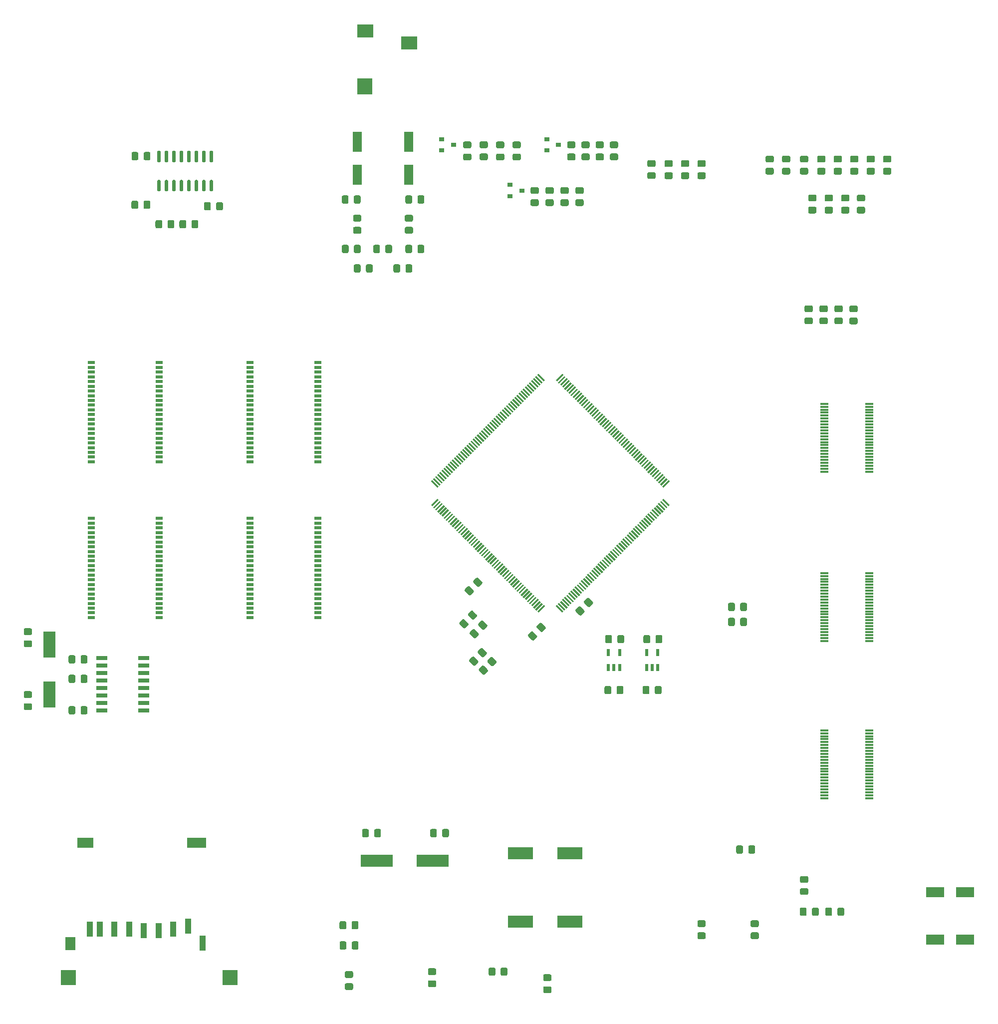
<source format=gbr>
%TF.GenerationSoftware,KiCad,Pcbnew,(5.1.6)-1*%
%TF.CreationDate,2022-06-23T16:10:57-04:00*%
%TF.ProjectId,MigStorm-ITX,4d696753-746f-4726-9d2d-4954582e6b69,rev?*%
%TF.SameCoordinates,Original*%
%TF.FileFunction,Paste,Top*%
%TF.FilePolarity,Positive*%
%FSLAX46Y46*%
G04 Gerber Fmt 4.6, Leading zero omitted, Abs format (unit mm)*
G04 Created by KiCad (PCBNEW (5.1.6)-1) date 2022-06-23 16:10:57*
%MOMM*%
%LPD*%
G01*
G04 APERTURE LIST*
%ADD10R,1.600000X3.500000*%
%ADD11R,0.900000X0.800000*%
%ADD12R,1.825000X0.700000*%
%ADD13R,0.600000X1.200000*%
%ADD14R,1.475000X0.300000*%
%ADD15R,1.100000X2.500000*%
%ADD16R,1.700000X2.300000*%
%ADD17R,2.800000X1.700000*%
%ADD18R,3.300000X1.700000*%
%ADD19R,2.500000X2.600000*%
%ADD20R,2.800000X2.200000*%
%ADD21R,2.600000X2.800000*%
%ADD22C,0.100000*%
%ADD23R,1.295000X0.600000*%
%ADD24R,5.500000X2.000000*%
%ADD25R,2.000000X4.500000*%
%ADD26R,4.250000X2.050000*%
%ADD27R,3.150000X1.800000*%
G04 APERTURE END LIST*
%TO.C,C1*%
G36*
G01*
X240725000Y-171519001D02*
X240725000Y-170618999D01*
G75*
G02*
X240974999Y-170369000I249999J0D01*
G01*
X241625001Y-170369000D01*
G75*
G02*
X241875000Y-170618999I0J-249999D01*
G01*
X241875000Y-171519001D01*
G75*
G02*
X241625001Y-171769000I-249999J0D01*
G01*
X240974999Y-171769000D01*
G75*
G02*
X240725000Y-171519001I0J249999D01*
G01*
G37*
G36*
G01*
X238675000Y-171519001D02*
X238675000Y-170618999D01*
G75*
G02*
X238924999Y-170369000I249999J0D01*
G01*
X239575001Y-170369000D01*
G75*
G02*
X239825000Y-170618999I0J-249999D01*
G01*
X239825000Y-171519001D01*
G75*
G02*
X239575001Y-171769000I-249999J0D01*
G01*
X238924999Y-171769000D01*
G75*
G02*
X238675000Y-171519001I0J249999D01*
G01*
G37*
%TD*%
%TO.C,C2*%
G36*
G01*
X234248000Y-171519001D02*
X234248000Y-170618999D01*
G75*
G02*
X234497999Y-170369000I249999J0D01*
G01*
X235148001Y-170369000D01*
G75*
G02*
X235398000Y-170618999I0J-249999D01*
G01*
X235398000Y-171519001D01*
G75*
G02*
X235148001Y-171769000I-249999J0D01*
G01*
X234497999Y-171769000D01*
G75*
G02*
X234248000Y-171519001I0J249999D01*
G01*
G37*
G36*
G01*
X232198000Y-171519001D02*
X232198000Y-170618999D01*
G75*
G02*
X232447999Y-170369000I249999J0D01*
G01*
X233098001Y-170369000D01*
G75*
G02*
X233348000Y-170618999I0J-249999D01*
G01*
X233348000Y-171519001D01*
G75*
G02*
X233098001Y-171769000I-249999J0D01*
G01*
X232447999Y-171769000D01*
G75*
G02*
X232198000Y-171519001I0J249999D01*
G01*
G37*
%TD*%
%TO.C,C4*%
G36*
G01*
X238802000Y-162883001D02*
X238802000Y-161982999D01*
G75*
G02*
X239051999Y-161733000I249999J0D01*
G01*
X239702001Y-161733000D01*
G75*
G02*
X239952000Y-161982999I0J-249999D01*
G01*
X239952000Y-162883001D01*
G75*
G02*
X239702001Y-163133000I-249999J0D01*
G01*
X239051999Y-163133000D01*
G75*
G02*
X238802000Y-162883001I0J249999D01*
G01*
G37*
G36*
G01*
X240852000Y-162883001D02*
X240852000Y-161982999D01*
G75*
G02*
X241101999Y-161733000I249999J0D01*
G01*
X241752001Y-161733000D01*
G75*
G02*
X242002000Y-161982999I0J-249999D01*
G01*
X242002000Y-162883001D01*
G75*
G02*
X241752001Y-163133000I-249999J0D01*
G01*
X241101999Y-163133000D01*
G75*
G02*
X240852000Y-162883001I0J249999D01*
G01*
G37*
%TD*%
%TO.C,C5*%
G36*
G01*
X232325000Y-162883001D02*
X232325000Y-161982999D01*
G75*
G02*
X232574999Y-161733000I249999J0D01*
G01*
X233225001Y-161733000D01*
G75*
G02*
X233475000Y-161982999I0J-249999D01*
G01*
X233475000Y-162883001D01*
G75*
G02*
X233225001Y-163133000I-249999J0D01*
G01*
X232574999Y-163133000D01*
G75*
G02*
X232325000Y-162883001I0J249999D01*
G01*
G37*
G36*
G01*
X234375000Y-162883001D02*
X234375000Y-161982999D01*
G75*
G02*
X234624999Y-161733000I249999J0D01*
G01*
X235275001Y-161733000D01*
G75*
G02*
X235525000Y-161982999I0J-249999D01*
G01*
X235525000Y-162883001D01*
G75*
G02*
X235275001Y-163133000I-249999J0D01*
G01*
X234624999Y-163133000D01*
G75*
G02*
X234375000Y-162883001I0J249999D01*
G01*
G37*
%TD*%
%TO.C,C8*%
G36*
G01*
X227951044Y-158384353D02*
X227314647Y-157747956D01*
G75*
G02*
X227314647Y-157394404I176776J176776D01*
G01*
X227774268Y-156934783D01*
G75*
G02*
X228127820Y-156934783I176776J-176776D01*
G01*
X228764217Y-157571180D01*
G75*
G02*
X228764217Y-157924732I-176776J-176776D01*
G01*
X228304596Y-158384353D01*
G75*
G02*
X227951044Y-158384353I-176776J176776D01*
G01*
G37*
G36*
G01*
X229400612Y-156934785D02*
X228764215Y-156298388D01*
G75*
G02*
X228764215Y-155944836I176776J176776D01*
G01*
X229223836Y-155485215D01*
G75*
G02*
X229577388Y-155485215I176776J-176776D01*
G01*
X230213785Y-156121612D01*
G75*
G02*
X230213785Y-156475164I-176776J-176776D01*
G01*
X229754164Y-156934785D01*
G75*
G02*
X229400612Y-156934785I-176776J176776D01*
G01*
G37*
%TD*%
%TO.C,C9*%
G36*
G01*
X221539172Y-159713431D02*
X222175569Y-160349828D01*
G75*
G02*
X222175569Y-160703380I-176776J-176776D01*
G01*
X221715948Y-161163001D01*
G75*
G02*
X221362396Y-161163001I-176776J176776D01*
G01*
X220725999Y-160526604D01*
G75*
G02*
X220725999Y-160173052I176776J176776D01*
G01*
X221185620Y-159713431D01*
G75*
G02*
X221539172Y-159713431I176776J-176776D01*
G01*
G37*
G36*
G01*
X220089604Y-161162999D02*
X220726001Y-161799396D01*
G75*
G02*
X220726001Y-162152948I-176776J-176776D01*
G01*
X220266380Y-162612569D01*
G75*
G02*
X219912828Y-162612569I-176776J176776D01*
G01*
X219276431Y-161976172D01*
G75*
G02*
X219276431Y-161622620I176776J176776D01*
G01*
X219736052Y-161162999D01*
G75*
G02*
X220089604Y-161162999I176776J-176776D01*
G01*
G37*
%TD*%
%TO.C,C33*%
G36*
G01*
X204657000Y-195776001D02*
X204657000Y-194875999D01*
G75*
G02*
X204906999Y-194626000I249999J0D01*
G01*
X205557001Y-194626000D01*
G75*
G02*
X205807000Y-194875999I0J-249999D01*
G01*
X205807000Y-195776001D01*
G75*
G02*
X205557001Y-196026000I-249999J0D01*
G01*
X204906999Y-196026000D01*
G75*
G02*
X204657000Y-195776001I0J249999D01*
G01*
G37*
G36*
G01*
X202607000Y-195776001D02*
X202607000Y-194875999D01*
G75*
G02*
X202856999Y-194626000I249999J0D01*
G01*
X203507001Y-194626000D01*
G75*
G02*
X203757000Y-194875999I0J-249999D01*
G01*
X203757000Y-195776001D01*
G75*
G02*
X203507001Y-196026000I-249999J0D01*
G01*
X202856999Y-196026000D01*
G75*
G02*
X202607000Y-195776001I0J249999D01*
G01*
G37*
%TD*%
%TO.C,C34*%
G36*
G01*
X191068000Y-195776001D02*
X191068000Y-194875999D01*
G75*
G02*
X191317999Y-194626000I249999J0D01*
G01*
X191968001Y-194626000D01*
G75*
G02*
X192218000Y-194875999I0J-249999D01*
G01*
X192218000Y-195776001D01*
G75*
G02*
X191968001Y-196026000I-249999J0D01*
G01*
X191317999Y-196026000D01*
G75*
G02*
X191068000Y-195776001I0J249999D01*
G01*
G37*
G36*
G01*
X193118000Y-195776001D02*
X193118000Y-194875999D01*
G75*
G02*
X193367999Y-194626000I249999J0D01*
G01*
X194018001Y-194626000D01*
G75*
G02*
X194268000Y-194875999I0J-249999D01*
G01*
X194268000Y-195776001D01*
G75*
G02*
X194018001Y-196026000I-249999J0D01*
G01*
X193367999Y-196026000D01*
G75*
G02*
X193118000Y-195776001I0J249999D01*
G01*
G37*
%TD*%
%TO.C,C35*%
G36*
G01*
X266515001Y-203757000D02*
X265614999Y-203757000D01*
G75*
G02*
X265365000Y-203507001I0J249999D01*
G01*
X265365000Y-202856999D01*
G75*
G02*
X265614999Y-202607000I249999J0D01*
G01*
X266515001Y-202607000D01*
G75*
G02*
X266765000Y-202856999I0J-249999D01*
G01*
X266765000Y-203507001D01*
G75*
G02*
X266515001Y-203757000I-249999J0D01*
G01*
G37*
G36*
G01*
X266515001Y-205807000D02*
X265614999Y-205807000D01*
G75*
G02*
X265365000Y-205557001I0J249999D01*
G01*
X265365000Y-204906999D01*
G75*
G02*
X265614999Y-204657000I249999J0D01*
G01*
X266515001Y-204657000D01*
G75*
G02*
X266765000Y-204906999I0J-249999D01*
G01*
X266765000Y-205557001D01*
G75*
G02*
X266515001Y-205807000I-249999J0D01*
G01*
G37*
%TD*%
%TO.C,C36*%
G36*
G01*
X144466000Y-174047999D02*
X144466000Y-174948001D01*
G75*
G02*
X144216001Y-175198000I-249999J0D01*
G01*
X143565999Y-175198000D01*
G75*
G02*
X143316000Y-174948001I0J249999D01*
G01*
X143316000Y-174047999D01*
G75*
G02*
X143565999Y-173798000I249999J0D01*
G01*
X144216001Y-173798000D01*
G75*
G02*
X144466000Y-174047999I0J-249999D01*
G01*
G37*
G36*
G01*
X142416000Y-174047999D02*
X142416000Y-174948001D01*
G75*
G02*
X142166001Y-175198000I-249999J0D01*
G01*
X141515999Y-175198000D01*
G75*
G02*
X141266000Y-174948001I0J249999D01*
G01*
X141266000Y-174047999D01*
G75*
G02*
X141515999Y-173798000I249999J0D01*
G01*
X142166001Y-173798000D01*
G75*
G02*
X142416000Y-174047999I0J-249999D01*
G01*
G37*
%TD*%
%TO.C,C37*%
G36*
G01*
X133915999Y-171256000D02*
X134816001Y-171256000D01*
G75*
G02*
X135066000Y-171505999I0J-249999D01*
G01*
X135066000Y-172156001D01*
G75*
G02*
X134816001Y-172406000I-249999J0D01*
G01*
X133915999Y-172406000D01*
G75*
G02*
X133666000Y-172156001I0J249999D01*
G01*
X133666000Y-171505999D01*
G75*
G02*
X133915999Y-171256000I249999J0D01*
G01*
G37*
G36*
G01*
X133915999Y-173306000D02*
X134816001Y-173306000D01*
G75*
G02*
X135066000Y-173555999I0J-249999D01*
G01*
X135066000Y-174206001D01*
G75*
G02*
X134816001Y-174456000I-249999J0D01*
G01*
X133915999Y-174456000D01*
G75*
G02*
X133666000Y-174206001I0J249999D01*
G01*
X133666000Y-173555999D01*
G75*
G02*
X133915999Y-173306000I249999J0D01*
G01*
G37*
%TD*%
%TO.C,C38*%
G36*
G01*
X271713000Y-209111001D02*
X271713000Y-208210999D01*
G75*
G02*
X271962999Y-207961000I249999J0D01*
G01*
X272613001Y-207961000D01*
G75*
G02*
X272863000Y-208210999I0J-249999D01*
G01*
X272863000Y-209111001D01*
G75*
G02*
X272613001Y-209361000I-249999J0D01*
G01*
X271962999Y-209361000D01*
G75*
G02*
X271713000Y-209111001I0J249999D01*
G01*
G37*
G36*
G01*
X269663000Y-209111001D02*
X269663000Y-208210999D01*
G75*
G02*
X269912999Y-207961000I249999J0D01*
G01*
X270563001Y-207961000D01*
G75*
G02*
X270813000Y-208210999I0J-249999D01*
G01*
X270813000Y-209111001D01*
G75*
G02*
X270563001Y-209361000I-249999J0D01*
G01*
X269912999Y-209361000D01*
G75*
G02*
X269663000Y-209111001I0J249999D01*
G01*
G37*
%TD*%
%TO.C,C39*%
G36*
G01*
X134816001Y-163788000D02*
X133915999Y-163788000D01*
G75*
G02*
X133666000Y-163538001I0J249999D01*
G01*
X133666000Y-162887999D01*
G75*
G02*
X133915999Y-162638000I249999J0D01*
G01*
X134816001Y-162638000D01*
G75*
G02*
X135066000Y-162887999I0J-249999D01*
G01*
X135066000Y-163538001D01*
G75*
G02*
X134816001Y-163788000I-249999J0D01*
G01*
G37*
G36*
G01*
X134816001Y-161738000D02*
X133915999Y-161738000D01*
G75*
G02*
X133666000Y-161488001I0J249999D01*
G01*
X133666000Y-160837999D01*
G75*
G02*
X133915999Y-160588000I249999J0D01*
G01*
X134816001Y-160588000D01*
G75*
G02*
X135066000Y-160837999I0J-249999D01*
G01*
X135066000Y-161488001D01*
G75*
G02*
X134816001Y-161738000I-249999J0D01*
G01*
G37*
%TD*%
%TO.C,C40*%
G36*
G01*
X249116001Y-211250000D02*
X248215999Y-211250000D01*
G75*
G02*
X247966000Y-211000001I0J249999D01*
G01*
X247966000Y-210349999D01*
G75*
G02*
X248215999Y-210100000I249999J0D01*
G01*
X249116001Y-210100000D01*
G75*
G02*
X249366000Y-210349999I0J-249999D01*
G01*
X249366000Y-211000001D01*
G75*
G02*
X249116001Y-211250000I-249999J0D01*
G01*
G37*
G36*
G01*
X249116001Y-213300000D02*
X248215999Y-213300000D01*
G75*
G02*
X247966000Y-213050001I0J249999D01*
G01*
X247966000Y-212399999D01*
G75*
G02*
X248215999Y-212150000I249999J0D01*
G01*
X249116001Y-212150000D01*
G75*
G02*
X249366000Y-212399999I0J-249999D01*
G01*
X249366000Y-213050001D01*
G75*
G02*
X249116001Y-213300000I-249999J0D01*
G01*
G37*
%TD*%
%TO.C,C42*%
G36*
G01*
X156007000Y-92525001D02*
X156007000Y-91624999D01*
G75*
G02*
X156256999Y-91375000I249999J0D01*
G01*
X156907001Y-91375000D01*
G75*
G02*
X157157000Y-91624999I0J-249999D01*
G01*
X157157000Y-92525001D01*
G75*
G02*
X156907001Y-92775000I-249999J0D01*
G01*
X156256999Y-92775000D01*
G75*
G02*
X156007000Y-92525001I0J249999D01*
G01*
G37*
G36*
G01*
X158057000Y-92525001D02*
X158057000Y-91624999D01*
G75*
G02*
X158306999Y-91375000I249999J0D01*
G01*
X158957001Y-91375000D01*
G75*
G02*
X159207000Y-91624999I0J-249999D01*
G01*
X159207000Y-92525001D01*
G75*
G02*
X158957001Y-92775000I-249999J0D01*
G01*
X158306999Y-92775000D01*
G75*
G02*
X158057000Y-92525001I0J249999D01*
G01*
G37*
%TD*%
%TO.C,C43*%
G36*
G01*
X162121000Y-92525001D02*
X162121000Y-91624999D01*
G75*
G02*
X162370999Y-91375000I249999J0D01*
G01*
X163021001Y-91375000D01*
G75*
G02*
X163271000Y-91624999I0J-249999D01*
G01*
X163271000Y-92525001D01*
G75*
G02*
X163021001Y-92775000I-249999J0D01*
G01*
X162370999Y-92775000D01*
G75*
G02*
X162121000Y-92525001I0J249999D01*
G01*
G37*
G36*
G01*
X160071000Y-92525001D02*
X160071000Y-91624999D01*
G75*
G02*
X160320999Y-91375000I249999J0D01*
G01*
X160971001Y-91375000D01*
G75*
G02*
X161221000Y-91624999I0J-249999D01*
G01*
X161221000Y-92525001D01*
G75*
G02*
X160971001Y-92775000I-249999J0D01*
G01*
X160320999Y-92775000D01*
G75*
G02*
X160071000Y-92525001I0J249999D01*
G01*
G37*
%TD*%
%TO.C,C44*%
G36*
G01*
X153102000Y-80067999D02*
X153102000Y-80968001D01*
G75*
G02*
X152852001Y-81218000I-249999J0D01*
G01*
X152201999Y-81218000D01*
G75*
G02*
X151952000Y-80968001I0J249999D01*
G01*
X151952000Y-80067999D01*
G75*
G02*
X152201999Y-79818000I249999J0D01*
G01*
X152852001Y-79818000D01*
G75*
G02*
X153102000Y-80067999I0J-249999D01*
G01*
G37*
G36*
G01*
X155152000Y-80067999D02*
X155152000Y-80968001D01*
G75*
G02*
X154902001Y-81218000I-249999J0D01*
G01*
X154251999Y-81218000D01*
G75*
G02*
X154002000Y-80968001I0J249999D01*
G01*
X154002000Y-80067999D01*
G75*
G02*
X154251999Y-79818000I249999J0D01*
G01*
X154902001Y-79818000D01*
G75*
G02*
X155152000Y-80067999I0J-249999D01*
G01*
G37*
%TD*%
%TO.C,C45*%
G36*
G01*
X151934000Y-89223001D02*
X151934000Y-88322999D01*
G75*
G02*
X152183999Y-88073000I249999J0D01*
G01*
X152834001Y-88073000D01*
G75*
G02*
X153084000Y-88322999I0J-249999D01*
G01*
X153084000Y-89223001D01*
G75*
G02*
X152834001Y-89473000I-249999J0D01*
G01*
X152183999Y-89473000D01*
G75*
G02*
X151934000Y-89223001I0J249999D01*
G01*
G37*
G36*
G01*
X153984000Y-89223001D02*
X153984000Y-88322999D01*
G75*
G02*
X154233999Y-88073000I249999J0D01*
G01*
X154884001Y-88073000D01*
G75*
G02*
X155134000Y-88322999I0J-249999D01*
G01*
X155134000Y-89223001D01*
G75*
G02*
X154884001Y-89473000I-249999J0D01*
G01*
X154233999Y-89473000D01*
G75*
G02*
X153984000Y-89223001I0J249999D01*
G01*
G37*
%TD*%
%TO.C,C46*%
G36*
G01*
X190830000Y-95815999D02*
X190830000Y-96716001D01*
G75*
G02*
X190580001Y-96966000I-249999J0D01*
G01*
X189929999Y-96966000D01*
G75*
G02*
X189680000Y-96716001I0J249999D01*
G01*
X189680000Y-95815999D01*
G75*
G02*
X189929999Y-95566000I249999J0D01*
G01*
X190580001Y-95566000D01*
G75*
G02*
X190830000Y-95815999I0J-249999D01*
G01*
G37*
G36*
G01*
X188780000Y-95815999D02*
X188780000Y-96716001D01*
G75*
G02*
X188530001Y-96966000I-249999J0D01*
G01*
X187879999Y-96966000D01*
G75*
G02*
X187630000Y-96716001I0J249999D01*
G01*
X187630000Y-95815999D01*
G75*
G02*
X187879999Y-95566000I249999J0D01*
G01*
X188530001Y-95566000D01*
G75*
G02*
X188780000Y-95815999I0J-249999D01*
G01*
G37*
%TD*%
%TO.C,C47*%
G36*
G01*
X199566000Y-95815999D02*
X199566000Y-96716001D01*
G75*
G02*
X199316001Y-96966000I-249999J0D01*
G01*
X198665999Y-96966000D01*
G75*
G02*
X198416000Y-96716001I0J249999D01*
G01*
X198416000Y-95815999D01*
G75*
G02*
X198665999Y-95566000I249999J0D01*
G01*
X199316001Y-95566000D01*
G75*
G02*
X199566000Y-95815999I0J-249999D01*
G01*
G37*
G36*
G01*
X201616000Y-95815999D02*
X201616000Y-96716001D01*
G75*
G02*
X201366001Y-96966000I-249999J0D01*
G01*
X200715999Y-96966000D01*
G75*
G02*
X200466000Y-96716001I0J249999D01*
G01*
X200466000Y-95815999D01*
G75*
G02*
X200715999Y-95566000I249999J0D01*
G01*
X201366001Y-95566000D01*
G75*
G02*
X201616000Y-95815999I0J-249999D01*
G01*
G37*
%TD*%
%TO.C,C48*%
G36*
G01*
X165403000Y-88576999D02*
X165403000Y-89477001D01*
G75*
G02*
X165153001Y-89727000I-249999J0D01*
G01*
X164502999Y-89727000D01*
G75*
G02*
X164253000Y-89477001I0J249999D01*
G01*
X164253000Y-88576999D01*
G75*
G02*
X164502999Y-88327000I249999J0D01*
G01*
X165153001Y-88327000D01*
G75*
G02*
X165403000Y-88576999I0J-249999D01*
G01*
G37*
G36*
G01*
X167453000Y-88576999D02*
X167453000Y-89477001D01*
G75*
G02*
X167203001Y-89727000I-249999J0D01*
G01*
X166552999Y-89727000D01*
G75*
G02*
X166303000Y-89477001I0J249999D01*
G01*
X166303000Y-88576999D01*
G75*
G02*
X166552999Y-88327000I249999J0D01*
G01*
X167203001Y-88327000D01*
G75*
G02*
X167453000Y-88576999I0J-249999D01*
G01*
G37*
%TD*%
%TO.C,C49*%
G36*
G01*
X190821000Y-87433999D02*
X190821000Y-88334001D01*
G75*
G02*
X190571001Y-88584000I-249999J0D01*
G01*
X189920999Y-88584000D01*
G75*
G02*
X189671000Y-88334001I0J249999D01*
G01*
X189671000Y-87433999D01*
G75*
G02*
X189920999Y-87184000I249999J0D01*
G01*
X190571001Y-87184000D01*
G75*
G02*
X190821000Y-87433999I0J-249999D01*
G01*
G37*
G36*
G01*
X188771000Y-87433999D02*
X188771000Y-88334001D01*
G75*
G02*
X188521001Y-88584000I-249999J0D01*
G01*
X187870999Y-88584000D01*
G75*
G02*
X187621000Y-88334001I0J249999D01*
G01*
X187621000Y-87433999D01*
G75*
G02*
X187870999Y-87184000I249999J0D01*
G01*
X188521001Y-87184000D01*
G75*
G02*
X188771000Y-87433999I0J-249999D01*
G01*
G37*
%TD*%
%TO.C,C50*%
G36*
G01*
X199575000Y-87433999D02*
X199575000Y-88334001D01*
G75*
G02*
X199325001Y-88584000I-249999J0D01*
G01*
X198674999Y-88584000D01*
G75*
G02*
X198425000Y-88334001I0J249999D01*
G01*
X198425000Y-87433999D01*
G75*
G02*
X198674999Y-87184000I249999J0D01*
G01*
X199325001Y-87184000D01*
G75*
G02*
X199575000Y-87433999I0J-249999D01*
G01*
G37*
G36*
G01*
X201625000Y-87433999D02*
X201625000Y-88334001D01*
G75*
G02*
X201375001Y-88584000I-249999J0D01*
G01*
X200724999Y-88584000D01*
G75*
G02*
X200475000Y-88334001I0J249999D01*
G01*
X200475000Y-87433999D01*
G75*
G02*
X200724999Y-87184000I249999J0D01*
G01*
X201375001Y-87184000D01*
G75*
G02*
X201625000Y-87433999I0J-249999D01*
G01*
G37*
%TD*%
D10*
%TO.C,C51*%
X190246000Y-78105000D03*
X190246000Y-83705000D03*
%TD*%
%TO.C,C52*%
X199009000Y-83699000D03*
X199009000Y-78099000D03*
%TD*%
D11*
%TO.C,D2*%
X204597000Y-77663000D03*
X204597000Y-79563000D03*
X206597000Y-78613000D03*
%TD*%
%TO.C,D3*%
X218186000Y-86360000D03*
X216186000Y-87310000D03*
X216186000Y-85410000D03*
%TD*%
%TO.C,D4*%
X222393000Y-77663000D03*
X222393000Y-79563000D03*
X224393000Y-78613000D03*
%TD*%
D12*
%TO.C,IC1*%
X154057000Y-174498000D03*
X154057000Y-173228000D03*
X154057000Y-171958000D03*
X154057000Y-170688000D03*
X154057000Y-169418000D03*
X154057000Y-168148000D03*
X154057000Y-166878000D03*
X154057000Y-165608000D03*
X146933000Y-165608000D03*
X146933000Y-166878000D03*
X146933000Y-168148000D03*
X146933000Y-169418000D03*
X146933000Y-170688000D03*
X146933000Y-171958000D03*
X146933000Y-173228000D03*
X146933000Y-174498000D03*
%TD*%
D13*
%TO.C,IC2*%
X239334000Y-164739000D03*
X241234000Y-164739000D03*
X241234000Y-167239000D03*
X240284000Y-167239000D03*
X239334000Y-167239000D03*
%TD*%
%TO.C,IC3*%
X232857000Y-167239000D03*
X233807000Y-167239000D03*
X234757000Y-167239000D03*
X234757000Y-164739000D03*
X232857000Y-164739000D03*
%TD*%
D14*
%TO.C,IC4*%
X269516000Y-122520000D03*
X269516000Y-123020000D03*
X269516000Y-123520000D03*
X269516000Y-124020000D03*
X269516000Y-124520000D03*
X269516000Y-125020000D03*
X269516000Y-125520000D03*
X269516000Y-126020000D03*
X269516000Y-126520000D03*
X269516000Y-127020000D03*
X269516000Y-127520000D03*
X269516000Y-128020000D03*
X269516000Y-128520000D03*
X269516000Y-129020000D03*
X269516000Y-129520000D03*
X269516000Y-130020000D03*
X269516000Y-130520000D03*
X269516000Y-131020000D03*
X269516000Y-131520000D03*
X269516000Y-132020000D03*
X269516000Y-132520000D03*
X269516000Y-133020000D03*
X269516000Y-133520000D03*
X269516000Y-134020000D03*
X277092000Y-134020000D03*
X277092000Y-133520000D03*
X277092000Y-133020000D03*
X277092000Y-132520000D03*
X277092000Y-132020000D03*
X277092000Y-131520000D03*
X277092000Y-131020000D03*
X277092000Y-130520000D03*
X277092000Y-130020000D03*
X277092000Y-129520000D03*
X277092000Y-129020000D03*
X277092000Y-128520000D03*
X277092000Y-128020000D03*
X277092000Y-127520000D03*
X277092000Y-127020000D03*
X277092000Y-126520000D03*
X277092000Y-126020000D03*
X277092000Y-125520000D03*
X277092000Y-125020000D03*
X277092000Y-124520000D03*
X277092000Y-124020000D03*
X277092000Y-123520000D03*
X277092000Y-123020000D03*
X277092000Y-122520000D03*
%TD*%
%TO.C,IC5*%
X277092000Y-151222000D03*
X277092000Y-151722000D03*
X277092000Y-152222000D03*
X277092000Y-152722000D03*
X277092000Y-153222000D03*
X277092000Y-153722000D03*
X277092000Y-154222000D03*
X277092000Y-154722000D03*
X277092000Y-155222000D03*
X277092000Y-155722000D03*
X277092000Y-156222000D03*
X277092000Y-156722000D03*
X277092000Y-157222000D03*
X277092000Y-157722000D03*
X277092000Y-158222000D03*
X277092000Y-158722000D03*
X277092000Y-159222000D03*
X277092000Y-159722000D03*
X277092000Y-160222000D03*
X277092000Y-160722000D03*
X277092000Y-161222000D03*
X277092000Y-161722000D03*
X277092000Y-162222000D03*
X277092000Y-162722000D03*
X269516000Y-162722000D03*
X269516000Y-162222000D03*
X269516000Y-161722000D03*
X269516000Y-161222000D03*
X269516000Y-160722000D03*
X269516000Y-160222000D03*
X269516000Y-159722000D03*
X269516000Y-159222000D03*
X269516000Y-158722000D03*
X269516000Y-158222000D03*
X269516000Y-157722000D03*
X269516000Y-157222000D03*
X269516000Y-156722000D03*
X269516000Y-156222000D03*
X269516000Y-155722000D03*
X269516000Y-155222000D03*
X269516000Y-154722000D03*
X269516000Y-154222000D03*
X269516000Y-153722000D03*
X269516000Y-153222000D03*
X269516000Y-152722000D03*
X269516000Y-152222000D03*
X269516000Y-151722000D03*
X269516000Y-151222000D03*
%TD*%
%TO.C,IC6*%
X269516000Y-177892000D03*
X269516000Y-178392000D03*
X269516000Y-178892000D03*
X269516000Y-179392000D03*
X269516000Y-179892000D03*
X269516000Y-180392000D03*
X269516000Y-180892000D03*
X269516000Y-181392000D03*
X269516000Y-181892000D03*
X269516000Y-182392000D03*
X269516000Y-182892000D03*
X269516000Y-183392000D03*
X269516000Y-183892000D03*
X269516000Y-184392000D03*
X269516000Y-184892000D03*
X269516000Y-185392000D03*
X269516000Y-185892000D03*
X269516000Y-186392000D03*
X269516000Y-186892000D03*
X269516000Y-187392000D03*
X269516000Y-187892000D03*
X269516000Y-188392000D03*
X269516000Y-188892000D03*
X269516000Y-189392000D03*
X277092000Y-189392000D03*
X277092000Y-188892000D03*
X277092000Y-188392000D03*
X277092000Y-187892000D03*
X277092000Y-187392000D03*
X277092000Y-186892000D03*
X277092000Y-186392000D03*
X277092000Y-185892000D03*
X277092000Y-185392000D03*
X277092000Y-184892000D03*
X277092000Y-184392000D03*
X277092000Y-183892000D03*
X277092000Y-183392000D03*
X277092000Y-182892000D03*
X277092000Y-182392000D03*
X277092000Y-181892000D03*
X277092000Y-181392000D03*
X277092000Y-180892000D03*
X277092000Y-180392000D03*
X277092000Y-179892000D03*
X277092000Y-179392000D03*
X277092000Y-178892000D03*
X277092000Y-178392000D03*
X277092000Y-177892000D03*
%TD*%
D15*
%TO.C,J11*%
X161531000Y-211103000D03*
X159031000Y-211603000D03*
X156531000Y-211903000D03*
X154031000Y-211903000D03*
X151531000Y-211603000D03*
X149031000Y-211603000D03*
X146531000Y-211603000D03*
X144906000Y-211603000D03*
X164031000Y-214003000D03*
D16*
X141531000Y-214103000D03*
D17*
X144106000Y-197003000D03*
D18*
X163006000Y-197003000D03*
D19*
X168656000Y-219823000D03*
X141256000Y-219823000D03*
%TD*%
D20*
%TO.C,J15*%
X191626000Y-59296000D03*
D21*
X191526000Y-68696000D03*
D20*
X199026000Y-61296000D03*
%TD*%
%TO.C,R1*%
G36*
G01*
X256371000Y-156521999D02*
X256371000Y-157422001D01*
G75*
G02*
X256121001Y-157672000I-249999J0D01*
G01*
X255470999Y-157672000D01*
G75*
G02*
X255221000Y-157422001I0J249999D01*
G01*
X255221000Y-156521999D01*
G75*
G02*
X255470999Y-156272000I249999J0D01*
G01*
X256121001Y-156272000D01*
G75*
G02*
X256371000Y-156521999I0J-249999D01*
G01*
G37*
G36*
G01*
X254321000Y-156521999D02*
X254321000Y-157422001D01*
G75*
G02*
X254071001Y-157672000I-249999J0D01*
G01*
X253420999Y-157672000D01*
G75*
G02*
X253171000Y-157422001I0J249999D01*
G01*
X253171000Y-156521999D01*
G75*
G02*
X253420999Y-156272000I249999J0D01*
G01*
X254071001Y-156272000D01*
G75*
G02*
X254321000Y-156521999I0J-249999D01*
G01*
G37*
%TD*%
%TO.C,R2*%
G36*
G01*
X254321000Y-159061999D02*
X254321000Y-159962001D01*
G75*
G02*
X254071001Y-160212000I-249999J0D01*
G01*
X253420999Y-160212000D01*
G75*
G02*
X253171000Y-159962001I0J249999D01*
G01*
X253171000Y-159061999D01*
G75*
G02*
X253420999Y-158812000I249999J0D01*
G01*
X254071001Y-158812000D01*
G75*
G02*
X254321000Y-159061999I0J-249999D01*
G01*
G37*
G36*
G01*
X256371000Y-159061999D02*
X256371000Y-159962001D01*
G75*
G02*
X256121001Y-160212000I-249999J0D01*
G01*
X255470999Y-160212000D01*
G75*
G02*
X255221000Y-159962001I0J249999D01*
G01*
X255221000Y-159061999D01*
G75*
G02*
X255470999Y-158812000I249999J0D01*
G01*
X256121001Y-158812000D01*
G75*
G02*
X256371000Y-159061999I0J-249999D01*
G01*
G37*
%TD*%
%TO.C,R3*%
G36*
G01*
X266376999Y-107883000D02*
X267277001Y-107883000D01*
G75*
G02*
X267527000Y-108132999I0J-249999D01*
G01*
X267527000Y-108783001D01*
G75*
G02*
X267277001Y-109033000I-249999J0D01*
G01*
X266376999Y-109033000D01*
G75*
G02*
X266127000Y-108783001I0J249999D01*
G01*
X266127000Y-108132999D01*
G75*
G02*
X266376999Y-107883000I249999J0D01*
G01*
G37*
G36*
G01*
X266376999Y-105833000D02*
X267277001Y-105833000D01*
G75*
G02*
X267527000Y-106082999I0J-249999D01*
G01*
X267527000Y-106733001D01*
G75*
G02*
X267277001Y-106983000I-249999J0D01*
G01*
X266376999Y-106983000D01*
G75*
G02*
X266127000Y-106733001I0J249999D01*
G01*
X266127000Y-106082999D01*
G75*
G02*
X266376999Y-105833000I249999J0D01*
G01*
G37*
%TD*%
%TO.C,R4*%
G36*
G01*
X268916999Y-107883000D02*
X269817001Y-107883000D01*
G75*
G02*
X270067000Y-108132999I0J-249999D01*
G01*
X270067000Y-108783001D01*
G75*
G02*
X269817001Y-109033000I-249999J0D01*
G01*
X268916999Y-109033000D01*
G75*
G02*
X268667000Y-108783001I0J249999D01*
G01*
X268667000Y-108132999D01*
G75*
G02*
X268916999Y-107883000I249999J0D01*
G01*
G37*
G36*
G01*
X268916999Y-105833000D02*
X269817001Y-105833000D01*
G75*
G02*
X270067000Y-106082999I0J-249999D01*
G01*
X270067000Y-106733001D01*
G75*
G02*
X269817001Y-106983000I-249999J0D01*
G01*
X268916999Y-106983000D01*
G75*
G02*
X268667000Y-106733001I0J249999D01*
G01*
X268667000Y-106082999D01*
G75*
G02*
X268916999Y-105833000I249999J0D01*
G01*
G37*
%TD*%
%TO.C,R5*%
G36*
G01*
X271456999Y-105833000D02*
X272357001Y-105833000D01*
G75*
G02*
X272607000Y-106082999I0J-249999D01*
G01*
X272607000Y-106733001D01*
G75*
G02*
X272357001Y-106983000I-249999J0D01*
G01*
X271456999Y-106983000D01*
G75*
G02*
X271207000Y-106733001I0J249999D01*
G01*
X271207000Y-106082999D01*
G75*
G02*
X271456999Y-105833000I249999J0D01*
G01*
G37*
G36*
G01*
X271456999Y-107883000D02*
X272357001Y-107883000D01*
G75*
G02*
X272607000Y-108132999I0J-249999D01*
G01*
X272607000Y-108783001D01*
G75*
G02*
X272357001Y-109033000I-249999J0D01*
G01*
X271456999Y-109033000D01*
G75*
G02*
X271207000Y-108783001I0J249999D01*
G01*
X271207000Y-108132999D01*
G75*
G02*
X271456999Y-107883000I249999J0D01*
G01*
G37*
%TD*%
%TO.C,R6*%
G36*
G01*
X273996999Y-107901000D02*
X274897001Y-107901000D01*
G75*
G02*
X275147000Y-108150999I0J-249999D01*
G01*
X275147000Y-108801001D01*
G75*
G02*
X274897001Y-109051000I-249999J0D01*
G01*
X273996999Y-109051000D01*
G75*
G02*
X273747000Y-108801001I0J249999D01*
G01*
X273747000Y-108150999D01*
G75*
G02*
X273996999Y-107901000I249999J0D01*
G01*
G37*
G36*
G01*
X273996999Y-105851000D02*
X274897001Y-105851000D01*
G75*
G02*
X275147000Y-106100999I0J-249999D01*
G01*
X275147000Y-106751001D01*
G75*
G02*
X274897001Y-107001000I-249999J0D01*
G01*
X273996999Y-107001000D01*
G75*
G02*
X273747000Y-106751001I0J249999D01*
G01*
X273747000Y-106100999D01*
G75*
G02*
X273996999Y-105851000I249999J0D01*
G01*
G37*
%TD*%
%TO.C,R8*%
G36*
G01*
X210604612Y-153505785D02*
X209968215Y-152869388D01*
G75*
G02*
X209968215Y-152515836I176776J176776D01*
G01*
X210427836Y-152056215D01*
G75*
G02*
X210781388Y-152056215I176776J-176776D01*
G01*
X211417785Y-152692612D01*
G75*
G02*
X211417785Y-153046164I-176776J-176776D01*
G01*
X210958164Y-153505785D01*
G75*
G02*
X210604612Y-153505785I-176776J176776D01*
G01*
G37*
G36*
G01*
X209155044Y-154955353D02*
X208518647Y-154318956D01*
G75*
G02*
X208518647Y-153965404I176776J176776D01*
G01*
X208978268Y-153505783D01*
G75*
G02*
X209331820Y-153505783I176776J-176776D01*
G01*
X209968217Y-154142180D01*
G75*
G02*
X209968217Y-154495732I-176776J-176776D01*
G01*
X209508596Y-154955353D01*
G75*
G02*
X209155044Y-154955353I-176776J176776D01*
G01*
G37*
%TD*%
%TO.C,R9*%
G36*
G01*
X213017612Y-166967785D02*
X212381215Y-166331388D01*
G75*
G02*
X212381215Y-165977836I176776J176776D01*
G01*
X212840836Y-165518215D01*
G75*
G02*
X213194388Y-165518215I176776J-176776D01*
G01*
X213830785Y-166154612D01*
G75*
G02*
X213830785Y-166508164I-176776J-176776D01*
G01*
X213371164Y-166967785D01*
G75*
G02*
X213017612Y-166967785I-176776J176776D01*
G01*
G37*
G36*
G01*
X211568044Y-168417353D02*
X210931647Y-167780956D01*
G75*
G02*
X210931647Y-167427404I176776J176776D01*
G01*
X211391268Y-166967783D01*
G75*
G02*
X211744820Y-166967783I176776J-176776D01*
G01*
X212381217Y-167604180D01*
G75*
G02*
X212381217Y-167957732I-176776J-176776D01*
G01*
X211921596Y-168417353D01*
G75*
G02*
X211568044Y-168417353I-176776J176776D01*
G01*
G37*
%TD*%
%TO.C,R10*%
G36*
G01*
X190458000Y-213925999D02*
X190458000Y-214826001D01*
G75*
G02*
X190208001Y-215076000I-249999J0D01*
G01*
X189557999Y-215076000D01*
G75*
G02*
X189308000Y-214826001I0J249999D01*
G01*
X189308000Y-213925999D01*
G75*
G02*
X189557999Y-213676000I249999J0D01*
G01*
X190208001Y-213676000D01*
G75*
G02*
X190458000Y-213925999I0J-249999D01*
G01*
G37*
G36*
G01*
X188408000Y-213925999D02*
X188408000Y-214826001D01*
G75*
G02*
X188158001Y-215076000I-249999J0D01*
G01*
X187507999Y-215076000D01*
G75*
G02*
X187258000Y-214826001I0J249999D01*
G01*
X187258000Y-213925999D01*
G75*
G02*
X187507999Y-213676000I249999J0D01*
G01*
X188158001Y-213676000D01*
G75*
G02*
X188408000Y-213925999I0J-249999D01*
G01*
G37*
%TD*%
%TO.C,R11*%
G36*
G01*
X222954001Y-220412000D02*
X222053999Y-220412000D01*
G75*
G02*
X221804000Y-220162001I0J249999D01*
G01*
X221804000Y-219511999D01*
G75*
G02*
X222053999Y-219262000I249999J0D01*
G01*
X222954001Y-219262000D01*
G75*
G02*
X223204000Y-219511999I0J-249999D01*
G01*
X223204000Y-220162001D01*
G75*
G02*
X222954001Y-220412000I-249999J0D01*
G01*
G37*
G36*
G01*
X222954001Y-222462000D02*
X222053999Y-222462000D01*
G75*
G02*
X221804000Y-222212001I0J249999D01*
G01*
X221804000Y-221561999D01*
G75*
G02*
X222053999Y-221312000I249999J0D01*
G01*
X222954001Y-221312000D01*
G75*
G02*
X223204000Y-221561999I0J-249999D01*
G01*
X223204000Y-222212001D01*
G75*
G02*
X222954001Y-222462000I-249999J0D01*
G01*
G37*
%TD*%
%TO.C,R12*%
G36*
G01*
X256609000Y-198570001D02*
X256609000Y-197669999D01*
G75*
G02*
X256858999Y-197420000I249999J0D01*
G01*
X257509001Y-197420000D01*
G75*
G02*
X257759000Y-197669999I0J-249999D01*
G01*
X257759000Y-198570001D01*
G75*
G02*
X257509001Y-198820000I-249999J0D01*
G01*
X256858999Y-198820000D01*
G75*
G02*
X256609000Y-198570001I0J249999D01*
G01*
G37*
G36*
G01*
X254559000Y-198570001D02*
X254559000Y-197669999D01*
G75*
G02*
X254808999Y-197420000I249999J0D01*
G01*
X255459001Y-197420000D01*
G75*
G02*
X255709000Y-197669999I0J-249999D01*
G01*
X255709000Y-198570001D01*
G75*
G02*
X255459001Y-198820000I-249999J0D01*
G01*
X254808999Y-198820000D01*
G75*
G02*
X254559000Y-198570001I0J249999D01*
G01*
G37*
%TD*%
%TO.C,R13*%
G36*
G01*
X257232999Y-210109000D02*
X258133001Y-210109000D01*
G75*
G02*
X258383000Y-210358999I0J-249999D01*
G01*
X258383000Y-211009001D01*
G75*
G02*
X258133001Y-211259000I-249999J0D01*
G01*
X257232999Y-211259000D01*
G75*
G02*
X256983000Y-211009001I0J249999D01*
G01*
X256983000Y-210358999D01*
G75*
G02*
X257232999Y-210109000I249999J0D01*
G01*
G37*
G36*
G01*
X257232999Y-212159000D02*
X258133001Y-212159000D01*
G75*
G02*
X258383000Y-212408999I0J-249999D01*
G01*
X258383000Y-213059001D01*
G75*
G02*
X258133001Y-213309000I-249999J0D01*
G01*
X257232999Y-213309000D01*
G75*
G02*
X256983000Y-213059001I0J249999D01*
G01*
X256983000Y-212408999D01*
G75*
G02*
X257232999Y-212159000I249999J0D01*
G01*
G37*
%TD*%
%TO.C,R14*%
G36*
G01*
X188390000Y-210496999D02*
X188390000Y-211397001D01*
G75*
G02*
X188140001Y-211647000I-249999J0D01*
G01*
X187489999Y-211647000D01*
G75*
G02*
X187240000Y-211397001I0J249999D01*
G01*
X187240000Y-210496999D01*
G75*
G02*
X187489999Y-210247000I249999J0D01*
G01*
X188140001Y-210247000D01*
G75*
G02*
X188390000Y-210496999I0J-249999D01*
G01*
G37*
G36*
G01*
X190440000Y-210496999D02*
X190440000Y-211397001D01*
G75*
G02*
X190190001Y-211647000I-249999J0D01*
G01*
X189539999Y-211647000D01*
G75*
G02*
X189290000Y-211397001I0J249999D01*
G01*
X189290000Y-210496999D01*
G75*
G02*
X189539999Y-210247000I249999J0D01*
G01*
X190190001Y-210247000D01*
G75*
G02*
X190440000Y-210496999I0J-249999D01*
G01*
G37*
%TD*%
%TO.C,R15*%
G36*
G01*
X215731000Y-218370999D02*
X215731000Y-219271001D01*
G75*
G02*
X215481001Y-219521000I-249999J0D01*
G01*
X214830999Y-219521000D01*
G75*
G02*
X214581000Y-219271001I0J249999D01*
G01*
X214581000Y-218370999D01*
G75*
G02*
X214830999Y-218121000I249999J0D01*
G01*
X215481001Y-218121000D01*
G75*
G02*
X215731000Y-218370999I0J-249999D01*
G01*
G37*
G36*
G01*
X213681000Y-218370999D02*
X213681000Y-219271001D01*
G75*
G02*
X213431001Y-219521000I-249999J0D01*
G01*
X212780999Y-219521000D01*
G75*
G02*
X212531000Y-219271001I0J249999D01*
G01*
X212531000Y-218370999D01*
G75*
G02*
X212780999Y-218121000I249999J0D01*
G01*
X213431001Y-218121000D01*
G75*
G02*
X213681000Y-218370999I0J-249999D01*
G01*
G37*
%TD*%
%TO.C,R16*%
G36*
G01*
X144466000Y-168713999D02*
X144466000Y-169614001D01*
G75*
G02*
X144216001Y-169864000I-249999J0D01*
G01*
X143565999Y-169864000D01*
G75*
G02*
X143316000Y-169614001I0J249999D01*
G01*
X143316000Y-168713999D01*
G75*
G02*
X143565999Y-168464000I249999J0D01*
G01*
X144216001Y-168464000D01*
G75*
G02*
X144466000Y-168713999I0J-249999D01*
G01*
G37*
G36*
G01*
X142416000Y-168713999D02*
X142416000Y-169614001D01*
G75*
G02*
X142166001Y-169864000I-249999J0D01*
G01*
X141515999Y-169864000D01*
G75*
G02*
X141266000Y-169614001I0J249999D01*
G01*
X141266000Y-168713999D01*
G75*
G02*
X141515999Y-168464000I249999J0D01*
G01*
X142166001Y-168464000D01*
G75*
G02*
X142416000Y-168713999I0J-249999D01*
G01*
G37*
%TD*%
%TO.C,R17*%
G36*
G01*
X143316000Y-166312001D02*
X143316000Y-165411999D01*
G75*
G02*
X143565999Y-165162000I249999J0D01*
G01*
X144216001Y-165162000D01*
G75*
G02*
X144466000Y-165411999I0J-249999D01*
G01*
X144466000Y-166312001D01*
G75*
G02*
X144216001Y-166562000I-249999J0D01*
G01*
X143565999Y-166562000D01*
G75*
G02*
X143316000Y-166312001I0J249999D01*
G01*
G37*
G36*
G01*
X141266000Y-166312001D02*
X141266000Y-165411999D01*
G75*
G02*
X141515999Y-165162000I249999J0D01*
G01*
X142166001Y-165162000D01*
G75*
G02*
X142416000Y-165411999I0J-249999D01*
G01*
X142416000Y-166312001D01*
G75*
G02*
X142166001Y-166562000I-249999J0D01*
G01*
X141515999Y-166562000D01*
G75*
G02*
X141266000Y-166312001I0J249999D01*
G01*
G37*
%TD*%
%TO.C,R18*%
G36*
G01*
X267395000Y-209111001D02*
X267395000Y-208210999D01*
G75*
G02*
X267644999Y-207961000I249999J0D01*
G01*
X268295001Y-207961000D01*
G75*
G02*
X268545000Y-208210999I0J-249999D01*
G01*
X268545000Y-209111001D01*
G75*
G02*
X268295001Y-209361000I-249999J0D01*
G01*
X267644999Y-209361000D01*
G75*
G02*
X267395000Y-209111001I0J249999D01*
G01*
G37*
G36*
G01*
X265345000Y-209111001D02*
X265345000Y-208210999D01*
G75*
G02*
X265594999Y-207961000I249999J0D01*
G01*
X266245001Y-207961000D01*
G75*
G02*
X266495000Y-208210999I0J-249999D01*
G01*
X266495000Y-209111001D01*
G75*
G02*
X266245001Y-209361000I-249999J0D01*
G01*
X265594999Y-209361000D01*
G75*
G02*
X265345000Y-209111001I0J249999D01*
G01*
G37*
%TD*%
%TO.C,R19*%
G36*
G01*
X211633172Y-159332431D02*
X212269569Y-159968828D01*
G75*
G02*
X212269569Y-160322380I-176776J-176776D01*
G01*
X211809948Y-160782001D01*
G75*
G02*
X211456396Y-160782001I-176776J176776D01*
G01*
X210819999Y-160145604D01*
G75*
G02*
X210819999Y-159792052I176776J176776D01*
G01*
X211279620Y-159332431D01*
G75*
G02*
X211633172Y-159332431I176776J-176776D01*
G01*
G37*
G36*
G01*
X210183604Y-160781999D02*
X210820001Y-161418396D01*
G75*
G02*
X210820001Y-161771948I-176776J-176776D01*
G01*
X210360380Y-162231569D01*
G75*
G02*
X210006828Y-162231569I-176776J176776D01*
G01*
X209370431Y-161595172D01*
G75*
G02*
X209370431Y-161241620I176776J176776D01*
G01*
X209830052Y-160781999D01*
G75*
G02*
X210183604Y-160781999I176776J-176776D01*
G01*
G37*
%TD*%
%TO.C,R20*%
G36*
G01*
X188398999Y-220786000D02*
X189299001Y-220786000D01*
G75*
G02*
X189549000Y-221035999I0J-249999D01*
G01*
X189549000Y-221686001D01*
G75*
G02*
X189299001Y-221936000I-249999J0D01*
G01*
X188398999Y-221936000D01*
G75*
G02*
X188149000Y-221686001I0J249999D01*
G01*
X188149000Y-221035999D01*
G75*
G02*
X188398999Y-220786000I249999J0D01*
G01*
G37*
G36*
G01*
X188398999Y-218736000D02*
X189299001Y-218736000D01*
G75*
G02*
X189549000Y-218985999I0J-249999D01*
G01*
X189549000Y-219636001D01*
G75*
G02*
X189299001Y-219886000I-249999J0D01*
G01*
X188398999Y-219886000D01*
G75*
G02*
X188149000Y-219636001I0J249999D01*
G01*
X188149000Y-218985999D01*
G75*
G02*
X188398999Y-218736000I249999J0D01*
G01*
G37*
%TD*%
%TO.C,R21*%
G36*
G01*
X239706999Y-81195000D02*
X240607001Y-81195000D01*
G75*
G02*
X240857000Y-81444999I0J-249999D01*
G01*
X240857000Y-82095001D01*
G75*
G02*
X240607001Y-82345000I-249999J0D01*
G01*
X239706999Y-82345000D01*
G75*
G02*
X239457000Y-82095001I0J249999D01*
G01*
X239457000Y-81444999D01*
G75*
G02*
X239706999Y-81195000I249999J0D01*
G01*
G37*
G36*
G01*
X239706999Y-83245000D02*
X240607001Y-83245000D01*
G75*
G02*
X240857000Y-83494999I0J-249999D01*
G01*
X240857000Y-84145001D01*
G75*
G02*
X240607001Y-84395000I-249999J0D01*
G01*
X239706999Y-84395000D01*
G75*
G02*
X239457000Y-84145001I0J249999D01*
G01*
X239457000Y-83494999D01*
G75*
G02*
X239706999Y-83245000I249999J0D01*
G01*
G37*
%TD*%
%TO.C,R22*%
G36*
G01*
X242627999Y-81213000D02*
X243528001Y-81213000D01*
G75*
G02*
X243778000Y-81462999I0J-249999D01*
G01*
X243778000Y-82113001D01*
G75*
G02*
X243528001Y-82363000I-249999J0D01*
G01*
X242627999Y-82363000D01*
G75*
G02*
X242378000Y-82113001I0J249999D01*
G01*
X242378000Y-81462999D01*
G75*
G02*
X242627999Y-81213000I249999J0D01*
G01*
G37*
G36*
G01*
X242627999Y-83263000D02*
X243528001Y-83263000D01*
G75*
G02*
X243778000Y-83512999I0J-249999D01*
G01*
X243778000Y-84163001D01*
G75*
G02*
X243528001Y-84413000I-249999J0D01*
G01*
X242627999Y-84413000D01*
G75*
G02*
X242378000Y-84163001I0J249999D01*
G01*
X242378000Y-83512999D01*
G75*
G02*
X242627999Y-83263000I249999J0D01*
G01*
G37*
%TD*%
%TO.C,R23*%
G36*
G01*
X245421999Y-81213000D02*
X246322001Y-81213000D01*
G75*
G02*
X246572000Y-81462999I0J-249999D01*
G01*
X246572000Y-82113001D01*
G75*
G02*
X246322001Y-82363000I-249999J0D01*
G01*
X245421999Y-82363000D01*
G75*
G02*
X245172000Y-82113001I0J249999D01*
G01*
X245172000Y-81462999D01*
G75*
G02*
X245421999Y-81213000I249999J0D01*
G01*
G37*
G36*
G01*
X245421999Y-83263000D02*
X246322001Y-83263000D01*
G75*
G02*
X246572000Y-83512999I0J-249999D01*
G01*
X246572000Y-84163001D01*
G75*
G02*
X246322001Y-84413000I-249999J0D01*
G01*
X245421999Y-84413000D01*
G75*
G02*
X245172000Y-84163001I0J249999D01*
G01*
X245172000Y-83512999D01*
G75*
G02*
X245421999Y-83263000I249999J0D01*
G01*
G37*
%TD*%
%TO.C,R25*%
G36*
G01*
X209892388Y-157644215D02*
X210528785Y-158280612D01*
G75*
G02*
X210528785Y-158634164I-176776J-176776D01*
G01*
X210069164Y-159093785D01*
G75*
G02*
X209715612Y-159093785I-176776J176776D01*
G01*
X209079215Y-158457388D01*
G75*
G02*
X209079215Y-158103836I176776J176776D01*
G01*
X209538836Y-157644215D01*
G75*
G02*
X209892388Y-157644215I176776J-176776D01*
G01*
G37*
G36*
G01*
X208442820Y-159093783D02*
X209079217Y-159730180D01*
G75*
G02*
X209079217Y-160083732I-176776J-176776D01*
G01*
X208619596Y-160543353D01*
G75*
G02*
X208266044Y-160543353I-176776J176776D01*
G01*
X207629647Y-159906956D01*
G75*
G02*
X207629647Y-159553404I176776J176776D01*
G01*
X208089268Y-159093783D01*
G75*
G02*
X208442820Y-159093783I176776J-176776D01*
G01*
G37*
%TD*%
%TO.C,R26*%
G36*
G01*
X210093820Y-165443783D02*
X210730217Y-166080180D01*
G75*
G02*
X210730217Y-166433732I-176776J-176776D01*
G01*
X210270596Y-166893353D01*
G75*
G02*
X209917044Y-166893353I-176776J176776D01*
G01*
X209280647Y-166256956D01*
G75*
G02*
X209280647Y-165903404I176776J176776D01*
G01*
X209740268Y-165443783D01*
G75*
G02*
X210093820Y-165443783I176776J-176776D01*
G01*
G37*
G36*
G01*
X211543388Y-163994215D02*
X212179785Y-164630612D01*
G75*
G02*
X212179785Y-164984164I-176776J-176776D01*
G01*
X211720164Y-165443785D01*
G75*
G02*
X211366612Y-165443785I-176776J176776D01*
G01*
X210730215Y-164807388D01*
G75*
G02*
X210730215Y-164453836I176776J176776D01*
G01*
X211189836Y-163994215D01*
G75*
G02*
X211543388Y-163994215I176776J-176776D01*
G01*
G37*
%TD*%
%TO.C,R27*%
G36*
G01*
X202495999Y-218246000D02*
X203396001Y-218246000D01*
G75*
G02*
X203646000Y-218495999I0J-249999D01*
G01*
X203646000Y-219146001D01*
G75*
G02*
X203396001Y-219396000I-249999J0D01*
G01*
X202495999Y-219396000D01*
G75*
G02*
X202246000Y-219146001I0J249999D01*
G01*
X202246000Y-218495999D01*
G75*
G02*
X202495999Y-218246000I249999J0D01*
G01*
G37*
G36*
G01*
X202495999Y-220296000D02*
X203396001Y-220296000D01*
G75*
G02*
X203646000Y-220545999I0J-249999D01*
G01*
X203646000Y-221196001D01*
G75*
G02*
X203396001Y-221446000I-249999J0D01*
G01*
X202495999Y-221446000D01*
G75*
G02*
X202246000Y-221196001I0J249999D01*
G01*
X202246000Y-220545999D01*
G75*
G02*
X202495999Y-220296000I249999J0D01*
G01*
G37*
%TD*%
%TO.C,R28*%
G36*
G01*
X249116001Y-84413000D02*
X248215999Y-84413000D01*
G75*
G02*
X247966000Y-84163001I0J249999D01*
G01*
X247966000Y-83512999D01*
G75*
G02*
X248215999Y-83263000I249999J0D01*
G01*
X249116001Y-83263000D01*
G75*
G02*
X249366000Y-83512999I0J-249999D01*
G01*
X249366000Y-84163001D01*
G75*
G02*
X249116001Y-84413000I-249999J0D01*
G01*
G37*
G36*
G01*
X249116001Y-82363000D02*
X248215999Y-82363000D01*
G75*
G02*
X247966000Y-82113001I0J249999D01*
G01*
X247966000Y-81462999D01*
G75*
G02*
X248215999Y-81213000I249999J0D01*
G01*
X249116001Y-81213000D01*
G75*
G02*
X249366000Y-81462999I0J-249999D01*
G01*
X249366000Y-82113001D01*
G75*
G02*
X249116001Y-82363000I-249999J0D01*
G01*
G37*
%TD*%
%TO.C,R34*%
G36*
G01*
X279711999Y-80451000D02*
X280612001Y-80451000D01*
G75*
G02*
X280862000Y-80700999I0J-249999D01*
G01*
X280862000Y-81351001D01*
G75*
G02*
X280612001Y-81601000I-249999J0D01*
G01*
X279711999Y-81601000D01*
G75*
G02*
X279462000Y-81351001I0J249999D01*
G01*
X279462000Y-80700999D01*
G75*
G02*
X279711999Y-80451000I249999J0D01*
G01*
G37*
G36*
G01*
X279711999Y-82501000D02*
X280612001Y-82501000D01*
G75*
G02*
X280862000Y-82750999I0J-249999D01*
G01*
X280862000Y-83401001D01*
G75*
G02*
X280612001Y-83651000I-249999J0D01*
G01*
X279711999Y-83651000D01*
G75*
G02*
X279462000Y-83401001I0J249999D01*
G01*
X279462000Y-82750999D01*
G75*
G02*
X279711999Y-82501000I249999J0D01*
G01*
G37*
%TD*%
%TO.C,R35*%
G36*
G01*
X259772999Y-80451000D02*
X260673001Y-80451000D01*
G75*
G02*
X260923000Y-80700999I0J-249999D01*
G01*
X260923000Y-81351001D01*
G75*
G02*
X260673001Y-81601000I-249999J0D01*
G01*
X259772999Y-81601000D01*
G75*
G02*
X259523000Y-81351001I0J249999D01*
G01*
X259523000Y-80700999D01*
G75*
G02*
X259772999Y-80451000I249999J0D01*
G01*
G37*
G36*
G01*
X259772999Y-82501000D02*
X260673001Y-82501000D01*
G75*
G02*
X260923000Y-82750999I0J-249999D01*
G01*
X260923000Y-83401001D01*
G75*
G02*
X260673001Y-83651000I-249999J0D01*
G01*
X259772999Y-83651000D01*
G75*
G02*
X259523000Y-83401001I0J249999D01*
G01*
X259523000Y-82750999D01*
G75*
G02*
X259772999Y-82501000I249999J0D01*
G01*
G37*
%TD*%
%TO.C,R36*%
G36*
G01*
X268535999Y-82501000D02*
X269436001Y-82501000D01*
G75*
G02*
X269686000Y-82750999I0J-249999D01*
G01*
X269686000Y-83401001D01*
G75*
G02*
X269436001Y-83651000I-249999J0D01*
G01*
X268535999Y-83651000D01*
G75*
G02*
X268286000Y-83401001I0J249999D01*
G01*
X268286000Y-82750999D01*
G75*
G02*
X268535999Y-82501000I249999J0D01*
G01*
G37*
G36*
G01*
X268535999Y-80451000D02*
X269436001Y-80451000D01*
G75*
G02*
X269686000Y-80700999I0J-249999D01*
G01*
X269686000Y-81351001D01*
G75*
G02*
X269436001Y-81601000I-249999J0D01*
G01*
X268535999Y-81601000D01*
G75*
G02*
X268286000Y-81351001I0J249999D01*
G01*
X268286000Y-80700999D01*
G75*
G02*
X268535999Y-80451000I249999J0D01*
G01*
G37*
%TD*%
%TO.C,R37*%
G36*
G01*
X265614999Y-80451000D02*
X266515001Y-80451000D01*
G75*
G02*
X266765000Y-80700999I0J-249999D01*
G01*
X266765000Y-81351001D01*
G75*
G02*
X266515001Y-81601000I-249999J0D01*
G01*
X265614999Y-81601000D01*
G75*
G02*
X265365000Y-81351001I0J249999D01*
G01*
X265365000Y-80700999D01*
G75*
G02*
X265614999Y-80451000I249999J0D01*
G01*
G37*
G36*
G01*
X265614999Y-82501000D02*
X266515001Y-82501000D01*
G75*
G02*
X266765000Y-82750999I0J-249999D01*
G01*
X266765000Y-83401001D01*
G75*
G02*
X266515001Y-83651000I-249999J0D01*
G01*
X265614999Y-83651000D01*
G75*
G02*
X265365000Y-83401001I0J249999D01*
G01*
X265365000Y-82750999D01*
G75*
G02*
X265614999Y-82501000I249999J0D01*
G01*
G37*
%TD*%
%TO.C,R38*%
G36*
G01*
X191721000Y-100018001D02*
X191721000Y-99117999D01*
G75*
G02*
X191970999Y-98868000I249999J0D01*
G01*
X192621001Y-98868000D01*
G75*
G02*
X192871000Y-99117999I0J-249999D01*
G01*
X192871000Y-100018001D01*
G75*
G02*
X192621001Y-100268000I-249999J0D01*
G01*
X191970999Y-100268000D01*
G75*
G02*
X191721000Y-100018001I0J249999D01*
G01*
G37*
G36*
G01*
X189671000Y-100018001D02*
X189671000Y-99117999D01*
G75*
G02*
X189920999Y-98868000I249999J0D01*
G01*
X190571001Y-98868000D01*
G75*
G02*
X190821000Y-99117999I0J-249999D01*
G01*
X190821000Y-100018001D01*
G75*
G02*
X190571001Y-100268000I-249999J0D01*
G01*
X189920999Y-100268000D01*
G75*
G02*
X189671000Y-100018001I0J249999D01*
G01*
G37*
%TD*%
%TO.C,R39*%
G36*
G01*
X199584000Y-99117999D02*
X199584000Y-100018001D01*
G75*
G02*
X199334001Y-100268000I-249999J0D01*
G01*
X198683999Y-100268000D01*
G75*
G02*
X198434000Y-100018001I0J249999D01*
G01*
X198434000Y-99117999D01*
G75*
G02*
X198683999Y-98868000I249999J0D01*
G01*
X199334001Y-98868000D01*
G75*
G02*
X199584000Y-99117999I0J-249999D01*
G01*
G37*
G36*
G01*
X197534000Y-99117999D02*
X197534000Y-100018001D01*
G75*
G02*
X197284001Y-100268000I-249999J0D01*
G01*
X196633999Y-100268000D01*
G75*
G02*
X196384000Y-100018001I0J249999D01*
G01*
X196384000Y-99117999D01*
G75*
G02*
X196633999Y-98868000I249999J0D01*
G01*
X197284001Y-98868000D01*
G75*
G02*
X197534000Y-99117999I0J-249999D01*
G01*
G37*
%TD*%
%TO.C,R40*%
G36*
G01*
X192955000Y-96716001D02*
X192955000Y-95815999D01*
G75*
G02*
X193204999Y-95566000I249999J0D01*
G01*
X193855001Y-95566000D01*
G75*
G02*
X194105000Y-95815999I0J-249999D01*
G01*
X194105000Y-96716001D01*
G75*
G02*
X193855001Y-96966000I-249999J0D01*
G01*
X193204999Y-96966000D01*
G75*
G02*
X192955000Y-96716001I0J249999D01*
G01*
G37*
G36*
G01*
X195005000Y-96716001D02*
X195005000Y-95815999D01*
G75*
G02*
X195254999Y-95566000I249999J0D01*
G01*
X195905001Y-95566000D01*
G75*
G02*
X196155000Y-95815999I0J-249999D01*
G01*
X196155000Y-96716001D01*
G75*
G02*
X195905001Y-96966000I-249999J0D01*
G01*
X195254999Y-96966000D01*
G75*
G02*
X195005000Y-96716001I0J249999D01*
G01*
G37*
%TD*%
%TO.C,R41*%
G36*
G01*
X189795999Y-92525000D02*
X190696001Y-92525000D01*
G75*
G02*
X190946000Y-92774999I0J-249999D01*
G01*
X190946000Y-93425001D01*
G75*
G02*
X190696001Y-93675000I-249999J0D01*
G01*
X189795999Y-93675000D01*
G75*
G02*
X189546000Y-93425001I0J249999D01*
G01*
X189546000Y-92774999D01*
G75*
G02*
X189795999Y-92525000I249999J0D01*
G01*
G37*
G36*
G01*
X189795999Y-90475000D02*
X190696001Y-90475000D01*
G75*
G02*
X190946000Y-90724999I0J-249999D01*
G01*
X190946000Y-91375001D01*
G75*
G02*
X190696001Y-91625000I-249999J0D01*
G01*
X189795999Y-91625000D01*
G75*
G02*
X189546000Y-91375001I0J249999D01*
G01*
X189546000Y-90724999D01*
G75*
G02*
X189795999Y-90475000I249999J0D01*
G01*
G37*
%TD*%
%TO.C,R42*%
G36*
G01*
X198558999Y-90475000D02*
X199459001Y-90475000D01*
G75*
G02*
X199709000Y-90724999I0J-249999D01*
G01*
X199709000Y-91375001D01*
G75*
G02*
X199459001Y-91625000I-249999J0D01*
G01*
X198558999Y-91625000D01*
G75*
G02*
X198309000Y-91375001I0J249999D01*
G01*
X198309000Y-90724999D01*
G75*
G02*
X198558999Y-90475000I249999J0D01*
G01*
G37*
G36*
G01*
X198558999Y-92525000D02*
X199459001Y-92525000D01*
G75*
G02*
X199709000Y-92774999I0J-249999D01*
G01*
X199709000Y-93425001D01*
G75*
G02*
X199459001Y-93675000I-249999J0D01*
G01*
X198558999Y-93675000D01*
G75*
G02*
X198309000Y-93425001I0J249999D01*
G01*
X198309000Y-92774999D01*
G75*
G02*
X198558999Y-92525000I249999J0D01*
G01*
G37*
%TD*%
%TO.C,R43*%
G36*
G01*
X277818001Y-81601000D02*
X276917999Y-81601000D01*
G75*
G02*
X276668000Y-81351001I0J249999D01*
G01*
X276668000Y-80700999D01*
G75*
G02*
X276917999Y-80451000I249999J0D01*
G01*
X277818001Y-80451000D01*
G75*
G02*
X278068000Y-80700999I0J-249999D01*
G01*
X278068000Y-81351001D01*
G75*
G02*
X277818001Y-81601000I-249999J0D01*
G01*
G37*
G36*
G01*
X277818001Y-83651000D02*
X276917999Y-83651000D01*
G75*
G02*
X276668000Y-83401001I0J249999D01*
G01*
X276668000Y-82750999D01*
G75*
G02*
X276917999Y-82501000I249999J0D01*
G01*
X277818001Y-82501000D01*
G75*
G02*
X278068000Y-82750999I0J-249999D01*
G01*
X278068000Y-83401001D01*
G75*
G02*
X277818001Y-83651000I-249999J0D01*
G01*
G37*
%TD*%
%TO.C,R44*%
G36*
G01*
X275024001Y-83651000D02*
X274123999Y-83651000D01*
G75*
G02*
X273874000Y-83401001I0J249999D01*
G01*
X273874000Y-82750999D01*
G75*
G02*
X274123999Y-82501000I249999J0D01*
G01*
X275024001Y-82501000D01*
G75*
G02*
X275274000Y-82750999I0J-249999D01*
G01*
X275274000Y-83401001D01*
G75*
G02*
X275024001Y-83651000I-249999J0D01*
G01*
G37*
G36*
G01*
X275024001Y-81601000D02*
X274123999Y-81601000D01*
G75*
G02*
X273874000Y-81351001I0J249999D01*
G01*
X273874000Y-80700999D01*
G75*
G02*
X274123999Y-80451000I249999J0D01*
G01*
X275024001Y-80451000D01*
G75*
G02*
X275274000Y-80700999I0J-249999D01*
G01*
X275274000Y-81351001D01*
G75*
G02*
X275024001Y-81601000I-249999J0D01*
G01*
G37*
%TD*%
%TO.C,R45*%
G36*
G01*
X272230001Y-81601000D02*
X271329999Y-81601000D01*
G75*
G02*
X271080000Y-81351001I0J249999D01*
G01*
X271080000Y-80700999D01*
G75*
G02*
X271329999Y-80451000I249999J0D01*
G01*
X272230001Y-80451000D01*
G75*
G02*
X272480000Y-80700999I0J-249999D01*
G01*
X272480000Y-81351001D01*
G75*
G02*
X272230001Y-81601000I-249999J0D01*
G01*
G37*
G36*
G01*
X272230001Y-83651000D02*
X271329999Y-83651000D01*
G75*
G02*
X271080000Y-83401001I0J249999D01*
G01*
X271080000Y-82750999D01*
G75*
G02*
X271329999Y-82501000I249999J0D01*
G01*
X272230001Y-82501000D01*
G75*
G02*
X272480000Y-82750999I0J-249999D01*
G01*
X272480000Y-83401001D01*
G75*
G02*
X272230001Y-83651000I-249999J0D01*
G01*
G37*
%TD*%
%TO.C,R46*%
G36*
G01*
X263467001Y-83642000D02*
X262566999Y-83642000D01*
G75*
G02*
X262317000Y-83392001I0J249999D01*
G01*
X262317000Y-82741999D01*
G75*
G02*
X262566999Y-82492000I249999J0D01*
G01*
X263467001Y-82492000D01*
G75*
G02*
X263717000Y-82741999I0J-249999D01*
G01*
X263717000Y-83392001D01*
G75*
G02*
X263467001Y-83642000I-249999J0D01*
G01*
G37*
G36*
G01*
X263467001Y-81592000D02*
X262566999Y-81592000D01*
G75*
G02*
X262317000Y-81342001I0J249999D01*
G01*
X262317000Y-80691999D01*
G75*
G02*
X262566999Y-80442000I249999J0D01*
G01*
X263467001Y-80442000D01*
G75*
G02*
X263717000Y-80691999I0J-249999D01*
G01*
X263717000Y-81342001D01*
G75*
G02*
X263467001Y-81592000I-249999J0D01*
G01*
G37*
%TD*%
%TO.C,R47*%
G36*
G01*
X276167001Y-88205000D02*
X275266999Y-88205000D01*
G75*
G02*
X275017000Y-87955001I0J249999D01*
G01*
X275017000Y-87304999D01*
G75*
G02*
X275266999Y-87055000I249999J0D01*
G01*
X276167001Y-87055000D01*
G75*
G02*
X276417000Y-87304999I0J-249999D01*
G01*
X276417000Y-87955001D01*
G75*
G02*
X276167001Y-88205000I-249999J0D01*
G01*
G37*
G36*
G01*
X276167001Y-90255000D02*
X275266999Y-90255000D01*
G75*
G02*
X275017000Y-90005001I0J249999D01*
G01*
X275017000Y-89354999D01*
G75*
G02*
X275266999Y-89105000I249999J0D01*
G01*
X276167001Y-89105000D01*
G75*
G02*
X276417000Y-89354999I0J-249999D01*
G01*
X276417000Y-90005001D01*
G75*
G02*
X276167001Y-90255000I-249999J0D01*
G01*
G37*
%TD*%
%TO.C,R48*%
G36*
G01*
X273500001Y-90255000D02*
X272599999Y-90255000D01*
G75*
G02*
X272350000Y-90005001I0J249999D01*
G01*
X272350000Y-89354999D01*
G75*
G02*
X272599999Y-89105000I249999J0D01*
G01*
X273500001Y-89105000D01*
G75*
G02*
X273750000Y-89354999I0J-249999D01*
G01*
X273750000Y-90005001D01*
G75*
G02*
X273500001Y-90255000I-249999J0D01*
G01*
G37*
G36*
G01*
X273500001Y-88205000D02*
X272599999Y-88205000D01*
G75*
G02*
X272350000Y-87955001I0J249999D01*
G01*
X272350000Y-87304999D01*
G75*
G02*
X272599999Y-87055000I249999J0D01*
G01*
X273500001Y-87055000D01*
G75*
G02*
X273750000Y-87304999I0J-249999D01*
G01*
X273750000Y-87955001D01*
G75*
G02*
X273500001Y-88205000I-249999J0D01*
G01*
G37*
%TD*%
%TO.C,R49*%
G36*
G01*
X270706001Y-88205000D02*
X269805999Y-88205000D01*
G75*
G02*
X269556000Y-87955001I0J249999D01*
G01*
X269556000Y-87304999D01*
G75*
G02*
X269805999Y-87055000I249999J0D01*
G01*
X270706001Y-87055000D01*
G75*
G02*
X270956000Y-87304999I0J-249999D01*
G01*
X270956000Y-87955001D01*
G75*
G02*
X270706001Y-88205000I-249999J0D01*
G01*
G37*
G36*
G01*
X270706001Y-90255000D02*
X269805999Y-90255000D01*
G75*
G02*
X269556000Y-90005001I0J249999D01*
G01*
X269556000Y-89354999D01*
G75*
G02*
X269805999Y-89105000I249999J0D01*
G01*
X270706001Y-89105000D01*
G75*
G02*
X270956000Y-89354999I0J-249999D01*
G01*
X270956000Y-90005001D01*
G75*
G02*
X270706001Y-90255000I-249999J0D01*
G01*
G37*
%TD*%
%TO.C,R50*%
G36*
G01*
X267912001Y-90246000D02*
X267011999Y-90246000D01*
G75*
G02*
X266762000Y-89996001I0J249999D01*
G01*
X266762000Y-89345999D01*
G75*
G02*
X267011999Y-89096000I249999J0D01*
G01*
X267912001Y-89096000D01*
G75*
G02*
X268162000Y-89345999I0J-249999D01*
G01*
X268162000Y-89996001D01*
G75*
G02*
X267912001Y-90246000I-249999J0D01*
G01*
G37*
G36*
G01*
X267912001Y-88196000D02*
X267011999Y-88196000D01*
G75*
G02*
X266762000Y-87946001I0J249999D01*
G01*
X266762000Y-87295999D01*
G75*
G02*
X267011999Y-87046000I249999J0D01*
G01*
X267912001Y-87046000D01*
G75*
G02*
X268162000Y-87295999I0J-249999D01*
G01*
X268162000Y-87946001D01*
G75*
G02*
X267912001Y-88196000I-249999J0D01*
G01*
G37*
%TD*%
%TO.C,R51*%
G36*
G01*
X216846999Y-80088000D02*
X217747001Y-80088000D01*
G75*
G02*
X217997000Y-80337999I0J-249999D01*
G01*
X217997000Y-80988001D01*
G75*
G02*
X217747001Y-81238000I-249999J0D01*
G01*
X216846999Y-81238000D01*
G75*
G02*
X216597000Y-80988001I0J249999D01*
G01*
X216597000Y-80337999D01*
G75*
G02*
X216846999Y-80088000I249999J0D01*
G01*
G37*
G36*
G01*
X216846999Y-78038000D02*
X217747001Y-78038000D01*
G75*
G02*
X217997000Y-78287999I0J-249999D01*
G01*
X217997000Y-78938001D01*
G75*
G02*
X217747001Y-79188000I-249999J0D01*
G01*
X216846999Y-79188000D01*
G75*
G02*
X216597000Y-78938001I0J249999D01*
G01*
X216597000Y-78287999D01*
G75*
G02*
X216846999Y-78038000I249999J0D01*
G01*
G37*
%TD*%
%TO.C,R52*%
G36*
G01*
X214052999Y-78038000D02*
X214953001Y-78038000D01*
G75*
G02*
X215203000Y-78287999I0J-249999D01*
G01*
X215203000Y-78938001D01*
G75*
G02*
X214953001Y-79188000I-249999J0D01*
G01*
X214052999Y-79188000D01*
G75*
G02*
X213803000Y-78938001I0J249999D01*
G01*
X213803000Y-78287999D01*
G75*
G02*
X214052999Y-78038000I249999J0D01*
G01*
G37*
G36*
G01*
X214052999Y-80088000D02*
X214953001Y-80088000D01*
G75*
G02*
X215203000Y-80337999I0J-249999D01*
G01*
X215203000Y-80988001D01*
G75*
G02*
X214953001Y-81238000I-249999J0D01*
G01*
X214052999Y-81238000D01*
G75*
G02*
X213803000Y-80988001I0J249999D01*
G01*
X213803000Y-80337999D01*
G75*
G02*
X214052999Y-80088000I249999J0D01*
G01*
G37*
%TD*%
%TO.C,R53*%
G36*
G01*
X211258999Y-80070000D02*
X212159001Y-80070000D01*
G75*
G02*
X212409000Y-80319999I0J-249999D01*
G01*
X212409000Y-80970001D01*
G75*
G02*
X212159001Y-81220000I-249999J0D01*
G01*
X211258999Y-81220000D01*
G75*
G02*
X211009000Y-80970001I0J249999D01*
G01*
X211009000Y-80319999D01*
G75*
G02*
X211258999Y-80070000I249999J0D01*
G01*
G37*
G36*
G01*
X211258999Y-78020000D02*
X212159001Y-78020000D01*
G75*
G02*
X212409000Y-78269999I0J-249999D01*
G01*
X212409000Y-78920001D01*
G75*
G02*
X212159001Y-79170000I-249999J0D01*
G01*
X211258999Y-79170000D01*
G75*
G02*
X211009000Y-78920001I0J249999D01*
G01*
X211009000Y-78269999D01*
G75*
G02*
X211258999Y-78020000I249999J0D01*
G01*
G37*
%TD*%
%TO.C,R54*%
G36*
G01*
X208464999Y-78038000D02*
X209365001Y-78038000D01*
G75*
G02*
X209615000Y-78287999I0J-249999D01*
G01*
X209615000Y-78938001D01*
G75*
G02*
X209365001Y-79188000I-249999J0D01*
G01*
X208464999Y-79188000D01*
G75*
G02*
X208215000Y-78938001I0J249999D01*
G01*
X208215000Y-78287999D01*
G75*
G02*
X208464999Y-78038000I249999J0D01*
G01*
G37*
G36*
G01*
X208464999Y-80088000D02*
X209365001Y-80088000D01*
G75*
G02*
X209615000Y-80337999I0J-249999D01*
G01*
X209615000Y-80988001D01*
G75*
G02*
X209365001Y-81238000I-249999J0D01*
G01*
X208464999Y-81238000D01*
G75*
G02*
X208215000Y-80988001I0J249999D01*
G01*
X208215000Y-80337999D01*
G75*
G02*
X208464999Y-80088000I249999J0D01*
G01*
G37*
%TD*%
%TO.C,R55*%
G36*
G01*
X227514999Y-85776000D02*
X228415001Y-85776000D01*
G75*
G02*
X228665000Y-86025999I0J-249999D01*
G01*
X228665000Y-86676001D01*
G75*
G02*
X228415001Y-86926000I-249999J0D01*
G01*
X227514999Y-86926000D01*
G75*
G02*
X227265000Y-86676001I0J249999D01*
G01*
X227265000Y-86025999D01*
G75*
G02*
X227514999Y-85776000I249999J0D01*
G01*
G37*
G36*
G01*
X227514999Y-87826000D02*
X228415001Y-87826000D01*
G75*
G02*
X228665000Y-88075999I0J-249999D01*
G01*
X228665000Y-88726001D01*
G75*
G02*
X228415001Y-88976000I-249999J0D01*
G01*
X227514999Y-88976000D01*
G75*
G02*
X227265000Y-88726001I0J249999D01*
G01*
X227265000Y-88075999D01*
G75*
G02*
X227514999Y-87826000I249999J0D01*
G01*
G37*
%TD*%
%TO.C,R56*%
G36*
G01*
X224974999Y-87826000D02*
X225875001Y-87826000D01*
G75*
G02*
X226125000Y-88075999I0J-249999D01*
G01*
X226125000Y-88726001D01*
G75*
G02*
X225875001Y-88976000I-249999J0D01*
G01*
X224974999Y-88976000D01*
G75*
G02*
X224725000Y-88726001I0J249999D01*
G01*
X224725000Y-88075999D01*
G75*
G02*
X224974999Y-87826000I249999J0D01*
G01*
G37*
G36*
G01*
X224974999Y-85776000D02*
X225875001Y-85776000D01*
G75*
G02*
X226125000Y-86025999I0J-249999D01*
G01*
X226125000Y-86676001D01*
G75*
G02*
X225875001Y-86926000I-249999J0D01*
G01*
X224974999Y-86926000D01*
G75*
G02*
X224725000Y-86676001I0J249999D01*
G01*
X224725000Y-86025999D01*
G75*
G02*
X224974999Y-85776000I249999J0D01*
G01*
G37*
%TD*%
%TO.C,R57*%
G36*
G01*
X222434999Y-85776000D02*
X223335001Y-85776000D01*
G75*
G02*
X223585000Y-86025999I0J-249999D01*
G01*
X223585000Y-86676001D01*
G75*
G02*
X223335001Y-86926000I-249999J0D01*
G01*
X222434999Y-86926000D01*
G75*
G02*
X222185000Y-86676001I0J249999D01*
G01*
X222185000Y-86025999D01*
G75*
G02*
X222434999Y-85776000I249999J0D01*
G01*
G37*
G36*
G01*
X222434999Y-87826000D02*
X223335001Y-87826000D01*
G75*
G02*
X223585000Y-88075999I0J-249999D01*
G01*
X223585000Y-88726001D01*
G75*
G02*
X223335001Y-88976000I-249999J0D01*
G01*
X222434999Y-88976000D01*
G75*
G02*
X222185000Y-88726001I0J249999D01*
G01*
X222185000Y-88075999D01*
G75*
G02*
X222434999Y-87826000I249999J0D01*
G01*
G37*
%TD*%
%TO.C,R58*%
G36*
G01*
X219894999Y-87826000D02*
X220795001Y-87826000D01*
G75*
G02*
X221045000Y-88075999I0J-249999D01*
G01*
X221045000Y-88726001D01*
G75*
G02*
X220795001Y-88976000I-249999J0D01*
G01*
X219894999Y-88976000D01*
G75*
G02*
X219645000Y-88726001I0J249999D01*
G01*
X219645000Y-88075999D01*
G75*
G02*
X219894999Y-87826000I249999J0D01*
G01*
G37*
G36*
G01*
X219894999Y-85776000D02*
X220795001Y-85776000D01*
G75*
G02*
X221045000Y-86025999I0J-249999D01*
G01*
X221045000Y-86676001D01*
G75*
G02*
X220795001Y-86926000I-249999J0D01*
G01*
X219894999Y-86926000D01*
G75*
G02*
X219645000Y-86676001I0J249999D01*
G01*
X219645000Y-86025999D01*
G75*
G02*
X219894999Y-85776000I249999J0D01*
G01*
G37*
%TD*%
%TO.C,R59*%
G36*
G01*
X233356999Y-80079000D02*
X234257001Y-80079000D01*
G75*
G02*
X234507000Y-80328999I0J-249999D01*
G01*
X234507000Y-80979001D01*
G75*
G02*
X234257001Y-81229000I-249999J0D01*
G01*
X233356999Y-81229000D01*
G75*
G02*
X233107000Y-80979001I0J249999D01*
G01*
X233107000Y-80328999D01*
G75*
G02*
X233356999Y-80079000I249999J0D01*
G01*
G37*
G36*
G01*
X233356999Y-78029000D02*
X234257001Y-78029000D01*
G75*
G02*
X234507000Y-78278999I0J-249999D01*
G01*
X234507000Y-78929001D01*
G75*
G02*
X234257001Y-79179000I-249999J0D01*
G01*
X233356999Y-79179000D01*
G75*
G02*
X233107000Y-78929001I0J249999D01*
G01*
X233107000Y-78278999D01*
G75*
G02*
X233356999Y-78029000I249999J0D01*
G01*
G37*
%TD*%
%TO.C,R60*%
G36*
G01*
X230943999Y-80079000D02*
X231844001Y-80079000D01*
G75*
G02*
X232094000Y-80328999I0J-249999D01*
G01*
X232094000Y-80979001D01*
G75*
G02*
X231844001Y-81229000I-249999J0D01*
G01*
X230943999Y-81229000D01*
G75*
G02*
X230694000Y-80979001I0J249999D01*
G01*
X230694000Y-80328999D01*
G75*
G02*
X230943999Y-80079000I249999J0D01*
G01*
G37*
G36*
G01*
X230943999Y-78029000D02*
X231844001Y-78029000D01*
G75*
G02*
X232094000Y-78278999I0J-249999D01*
G01*
X232094000Y-78929001D01*
G75*
G02*
X231844001Y-79179000I-249999J0D01*
G01*
X230943999Y-79179000D01*
G75*
G02*
X230694000Y-78929001I0J249999D01*
G01*
X230694000Y-78278999D01*
G75*
G02*
X230943999Y-78029000I249999J0D01*
G01*
G37*
%TD*%
%TO.C,R61*%
G36*
G01*
X228530999Y-78029000D02*
X229431001Y-78029000D01*
G75*
G02*
X229681000Y-78278999I0J-249999D01*
G01*
X229681000Y-78929001D01*
G75*
G02*
X229431001Y-79179000I-249999J0D01*
G01*
X228530999Y-79179000D01*
G75*
G02*
X228281000Y-78929001I0J249999D01*
G01*
X228281000Y-78278999D01*
G75*
G02*
X228530999Y-78029000I249999J0D01*
G01*
G37*
G36*
G01*
X228530999Y-80079000D02*
X229431001Y-80079000D01*
G75*
G02*
X229681000Y-80328999I0J-249999D01*
G01*
X229681000Y-80979001D01*
G75*
G02*
X229431001Y-81229000I-249999J0D01*
G01*
X228530999Y-81229000D01*
G75*
G02*
X228281000Y-80979001I0J249999D01*
G01*
X228281000Y-80328999D01*
G75*
G02*
X228530999Y-80079000I249999J0D01*
G01*
G37*
%TD*%
%TO.C,R62*%
G36*
G01*
X226117999Y-80079000D02*
X227018001Y-80079000D01*
G75*
G02*
X227268000Y-80328999I0J-249999D01*
G01*
X227268000Y-80979001D01*
G75*
G02*
X227018001Y-81229000I-249999J0D01*
G01*
X226117999Y-81229000D01*
G75*
G02*
X225868000Y-80979001I0J249999D01*
G01*
X225868000Y-80328999D01*
G75*
G02*
X226117999Y-80079000I249999J0D01*
G01*
G37*
G36*
G01*
X226117999Y-78029000D02*
X227018001Y-78029000D01*
G75*
G02*
X227268000Y-78278999I0J-249999D01*
G01*
X227268000Y-78929001D01*
G75*
G02*
X227018001Y-79179000I-249999J0D01*
G01*
X226117999Y-79179000D01*
G75*
G02*
X225868000Y-78929001I0J249999D01*
G01*
X225868000Y-78278999D01*
G75*
G02*
X226117999Y-78029000I249999J0D01*
G01*
G37*
%TD*%
D22*
%TO.C,U1*%
G36*
X221880629Y-118717538D02*
G01*
X220784613Y-117621522D01*
X220996745Y-117409390D01*
X222092761Y-118505406D01*
X221880629Y-118717538D01*
G37*
G36*
X221527076Y-119071092D02*
G01*
X220431060Y-117975076D01*
X220643192Y-117762944D01*
X221739208Y-118858960D01*
X221527076Y-119071092D01*
G37*
G36*
X221173523Y-119424645D02*
G01*
X220077507Y-118328629D01*
X220289639Y-118116497D01*
X221385655Y-119212513D01*
X221173523Y-119424645D01*
G37*
G36*
X220819969Y-119778199D02*
G01*
X219723953Y-118682183D01*
X219936085Y-118470051D01*
X221032101Y-119566067D01*
X220819969Y-119778199D01*
G37*
G36*
X220466416Y-120131752D02*
G01*
X219370400Y-119035736D01*
X219582532Y-118823604D01*
X220678548Y-119919620D01*
X220466416Y-120131752D01*
G37*
G36*
X220112862Y-120485305D02*
G01*
X219016846Y-119389289D01*
X219228978Y-119177157D01*
X220324994Y-120273173D01*
X220112862Y-120485305D01*
G37*
G36*
X219759309Y-120838859D02*
G01*
X218663293Y-119742843D01*
X218875425Y-119530711D01*
X219971441Y-120626727D01*
X219759309Y-120838859D01*
G37*
G36*
X219405756Y-121192412D02*
G01*
X218309740Y-120096396D01*
X218521872Y-119884264D01*
X219617888Y-120980280D01*
X219405756Y-121192412D01*
G37*
G36*
X219052202Y-121545966D02*
G01*
X217956186Y-120449950D01*
X218168318Y-120237818D01*
X219264334Y-121333834D01*
X219052202Y-121545966D01*
G37*
G36*
X218698649Y-121899519D02*
G01*
X217602633Y-120803503D01*
X217814765Y-120591371D01*
X218910781Y-121687387D01*
X218698649Y-121899519D01*
G37*
G36*
X218345096Y-122253072D02*
G01*
X217249080Y-121157056D01*
X217461212Y-120944924D01*
X218557228Y-122040940D01*
X218345096Y-122253072D01*
G37*
G36*
X217991542Y-122606626D02*
G01*
X216895526Y-121510610D01*
X217107658Y-121298478D01*
X218203674Y-122394494D01*
X217991542Y-122606626D01*
G37*
G36*
X217637989Y-122960179D02*
G01*
X216541973Y-121864163D01*
X216754105Y-121652031D01*
X217850121Y-122748047D01*
X217637989Y-122960179D01*
G37*
G36*
X217284435Y-123313733D02*
G01*
X216188419Y-122217717D01*
X216400551Y-122005585D01*
X217496567Y-123101601D01*
X217284435Y-123313733D01*
G37*
G36*
X216930882Y-123667286D02*
G01*
X215834866Y-122571270D01*
X216046998Y-122359138D01*
X217143014Y-123455154D01*
X216930882Y-123667286D01*
G37*
G36*
X216577329Y-124020839D02*
G01*
X215481313Y-122924823D01*
X215693445Y-122712691D01*
X216789461Y-123808707D01*
X216577329Y-124020839D01*
G37*
G36*
X216223775Y-124374393D02*
G01*
X215127759Y-123278377D01*
X215339891Y-123066245D01*
X216435907Y-124162261D01*
X216223775Y-124374393D01*
G37*
G36*
X215870222Y-124727946D02*
G01*
X214774206Y-123631930D01*
X214986338Y-123419798D01*
X216082354Y-124515814D01*
X215870222Y-124727946D01*
G37*
G36*
X215516668Y-125081500D02*
G01*
X214420652Y-123985484D01*
X214632784Y-123773352D01*
X215728800Y-124869368D01*
X215516668Y-125081500D01*
G37*
G36*
X215163115Y-125435053D02*
G01*
X214067099Y-124339037D01*
X214279231Y-124126905D01*
X215375247Y-125222921D01*
X215163115Y-125435053D01*
G37*
G36*
X214809562Y-125788606D02*
G01*
X213713546Y-124692590D01*
X213925678Y-124480458D01*
X215021694Y-125576474D01*
X214809562Y-125788606D01*
G37*
G36*
X214456008Y-126142160D02*
G01*
X213359992Y-125046144D01*
X213572124Y-124834012D01*
X214668140Y-125930028D01*
X214456008Y-126142160D01*
G37*
G36*
X214102455Y-126495713D02*
G01*
X213006439Y-125399697D01*
X213218571Y-125187565D01*
X214314587Y-126283581D01*
X214102455Y-126495713D01*
G37*
G36*
X213748901Y-126849266D02*
G01*
X212652885Y-125753250D01*
X212865017Y-125541118D01*
X213961033Y-126637134D01*
X213748901Y-126849266D01*
G37*
G36*
X213395348Y-127202820D02*
G01*
X212299332Y-126106804D01*
X212511464Y-125894672D01*
X213607480Y-126990688D01*
X213395348Y-127202820D01*
G37*
G36*
X213041795Y-127556373D02*
G01*
X211945779Y-126460357D01*
X212157911Y-126248225D01*
X213253927Y-127344241D01*
X213041795Y-127556373D01*
G37*
G36*
X212688241Y-127909927D02*
G01*
X211592225Y-126813911D01*
X211804357Y-126601779D01*
X212900373Y-127697795D01*
X212688241Y-127909927D01*
G37*
G36*
X212334688Y-128263480D02*
G01*
X211238672Y-127167464D01*
X211450804Y-126955332D01*
X212546820Y-128051348D01*
X212334688Y-128263480D01*
G37*
G36*
X211981134Y-128617033D02*
G01*
X210885118Y-127521017D01*
X211097250Y-127308885D01*
X212193266Y-128404901D01*
X211981134Y-128617033D01*
G37*
G36*
X211627581Y-128970587D02*
G01*
X210531565Y-127874571D01*
X210743697Y-127662439D01*
X211839713Y-128758455D01*
X211627581Y-128970587D01*
G37*
G36*
X211274028Y-129324140D02*
G01*
X210178012Y-128228124D01*
X210390144Y-128015992D01*
X211486160Y-129112008D01*
X211274028Y-129324140D01*
G37*
G36*
X210920474Y-129677694D02*
G01*
X209824458Y-128581678D01*
X210036590Y-128369546D01*
X211132606Y-129465562D01*
X210920474Y-129677694D01*
G37*
G36*
X210566921Y-130031247D02*
G01*
X209470905Y-128935231D01*
X209683037Y-128723099D01*
X210779053Y-129819115D01*
X210566921Y-130031247D01*
G37*
G36*
X210213368Y-130384800D02*
G01*
X209117352Y-129288784D01*
X209329484Y-129076652D01*
X210425500Y-130172668D01*
X210213368Y-130384800D01*
G37*
G36*
X209859814Y-130738354D02*
G01*
X208763798Y-129642338D01*
X208975930Y-129430206D01*
X210071946Y-130526222D01*
X209859814Y-130738354D01*
G37*
G36*
X209506261Y-131091907D02*
G01*
X208410245Y-129995891D01*
X208622377Y-129783759D01*
X209718393Y-130879775D01*
X209506261Y-131091907D01*
G37*
G36*
X209152707Y-131445461D02*
G01*
X208056691Y-130349445D01*
X208268823Y-130137313D01*
X209364839Y-131233329D01*
X209152707Y-131445461D01*
G37*
G36*
X208799154Y-131799014D02*
G01*
X207703138Y-130702998D01*
X207915270Y-130490866D01*
X209011286Y-131586882D01*
X208799154Y-131799014D01*
G37*
G36*
X208445601Y-132152567D02*
G01*
X207349585Y-131056551D01*
X207561717Y-130844419D01*
X208657733Y-131940435D01*
X208445601Y-132152567D01*
G37*
G36*
X208092047Y-132506121D02*
G01*
X206996031Y-131410105D01*
X207208163Y-131197973D01*
X208304179Y-132293989D01*
X208092047Y-132506121D01*
G37*
G36*
X207738494Y-132859674D02*
G01*
X206642478Y-131763658D01*
X206854610Y-131551526D01*
X207950626Y-132647542D01*
X207738494Y-132859674D01*
G37*
G36*
X207384940Y-133213228D02*
G01*
X206288924Y-132117212D01*
X206501056Y-131905080D01*
X207597072Y-133001096D01*
X207384940Y-133213228D01*
G37*
G36*
X207031387Y-133566781D02*
G01*
X205935371Y-132470765D01*
X206147503Y-132258633D01*
X207243519Y-133354649D01*
X207031387Y-133566781D01*
G37*
G36*
X206677834Y-133920334D02*
G01*
X205581818Y-132824318D01*
X205793950Y-132612186D01*
X206889966Y-133708202D01*
X206677834Y-133920334D01*
G37*
G36*
X206324280Y-134273888D02*
G01*
X205228264Y-133177872D01*
X205440396Y-132965740D01*
X206536412Y-134061756D01*
X206324280Y-134273888D01*
G37*
G36*
X205970727Y-134627441D02*
G01*
X204874711Y-133531425D01*
X205086843Y-133319293D01*
X206182859Y-134415309D01*
X205970727Y-134627441D01*
G37*
G36*
X205617173Y-134980994D02*
G01*
X204521157Y-133884978D01*
X204733289Y-133672846D01*
X205829305Y-134768862D01*
X205617173Y-134980994D01*
G37*
G36*
X205263620Y-135334548D02*
G01*
X204167604Y-134238532D01*
X204379736Y-134026400D01*
X205475752Y-135122416D01*
X205263620Y-135334548D01*
G37*
G36*
X204910067Y-135688101D02*
G01*
X203814051Y-134592085D01*
X204026183Y-134379953D01*
X205122199Y-135475969D01*
X204910067Y-135688101D01*
G37*
G36*
X204556513Y-136041655D02*
G01*
X203460497Y-134945639D01*
X203672629Y-134733507D01*
X204768645Y-135829523D01*
X204556513Y-136041655D01*
G37*
G36*
X204202960Y-136395208D02*
G01*
X203106944Y-135299192D01*
X203319076Y-135087060D01*
X204415092Y-136183076D01*
X204202960Y-136395208D01*
G37*
G36*
X203849406Y-136748761D02*
G01*
X202753390Y-135652745D01*
X202965522Y-135440613D01*
X204061538Y-136536629D01*
X203849406Y-136748761D01*
G37*
G36*
X202753390Y-139683255D02*
G01*
X203849406Y-138587239D01*
X204061538Y-138799371D01*
X202965522Y-139895387D01*
X202753390Y-139683255D01*
G37*
G36*
X203106944Y-140036808D02*
G01*
X204202960Y-138940792D01*
X204415092Y-139152924D01*
X203319076Y-140248940D01*
X203106944Y-140036808D01*
G37*
G36*
X203460497Y-140390361D02*
G01*
X204556513Y-139294345D01*
X204768645Y-139506477D01*
X203672629Y-140602493D01*
X203460497Y-140390361D01*
G37*
G36*
X203814051Y-140743915D02*
G01*
X204910067Y-139647899D01*
X205122199Y-139860031D01*
X204026183Y-140956047D01*
X203814051Y-140743915D01*
G37*
G36*
X204167604Y-141097468D02*
G01*
X205263620Y-140001452D01*
X205475752Y-140213584D01*
X204379736Y-141309600D01*
X204167604Y-141097468D01*
G37*
G36*
X204521157Y-141451022D02*
G01*
X205617173Y-140355006D01*
X205829305Y-140567138D01*
X204733289Y-141663154D01*
X204521157Y-141451022D01*
G37*
G36*
X204874711Y-141804575D02*
G01*
X205970727Y-140708559D01*
X206182859Y-140920691D01*
X205086843Y-142016707D01*
X204874711Y-141804575D01*
G37*
G36*
X205228264Y-142158128D02*
G01*
X206324280Y-141062112D01*
X206536412Y-141274244D01*
X205440396Y-142370260D01*
X205228264Y-142158128D01*
G37*
G36*
X205581818Y-142511682D02*
G01*
X206677834Y-141415666D01*
X206889966Y-141627798D01*
X205793950Y-142723814D01*
X205581818Y-142511682D01*
G37*
G36*
X205935371Y-142865235D02*
G01*
X207031387Y-141769219D01*
X207243519Y-141981351D01*
X206147503Y-143077367D01*
X205935371Y-142865235D01*
G37*
G36*
X206288924Y-143218788D02*
G01*
X207384940Y-142122772D01*
X207597072Y-142334904D01*
X206501056Y-143430920D01*
X206288924Y-143218788D01*
G37*
G36*
X206642478Y-143572342D02*
G01*
X207738494Y-142476326D01*
X207950626Y-142688458D01*
X206854610Y-143784474D01*
X206642478Y-143572342D01*
G37*
G36*
X206996031Y-143925895D02*
G01*
X208092047Y-142829879D01*
X208304179Y-143042011D01*
X207208163Y-144138027D01*
X206996031Y-143925895D01*
G37*
G36*
X207349585Y-144279449D02*
G01*
X208445601Y-143183433D01*
X208657733Y-143395565D01*
X207561717Y-144491581D01*
X207349585Y-144279449D01*
G37*
G36*
X207703138Y-144633002D02*
G01*
X208799154Y-143536986D01*
X209011286Y-143749118D01*
X207915270Y-144845134D01*
X207703138Y-144633002D01*
G37*
G36*
X208056691Y-144986555D02*
G01*
X209152707Y-143890539D01*
X209364839Y-144102671D01*
X208268823Y-145198687D01*
X208056691Y-144986555D01*
G37*
G36*
X208410245Y-145340109D02*
G01*
X209506261Y-144244093D01*
X209718393Y-144456225D01*
X208622377Y-145552241D01*
X208410245Y-145340109D01*
G37*
G36*
X208763798Y-145693662D02*
G01*
X209859814Y-144597646D01*
X210071946Y-144809778D01*
X208975930Y-145905794D01*
X208763798Y-145693662D01*
G37*
G36*
X209117352Y-146047216D02*
G01*
X210213368Y-144951200D01*
X210425500Y-145163332D01*
X209329484Y-146259348D01*
X209117352Y-146047216D01*
G37*
G36*
X209470905Y-146400769D02*
G01*
X210566921Y-145304753D01*
X210779053Y-145516885D01*
X209683037Y-146612901D01*
X209470905Y-146400769D01*
G37*
G36*
X209824458Y-146754322D02*
G01*
X210920474Y-145658306D01*
X211132606Y-145870438D01*
X210036590Y-146966454D01*
X209824458Y-146754322D01*
G37*
G36*
X210178012Y-147107876D02*
G01*
X211274028Y-146011860D01*
X211486160Y-146223992D01*
X210390144Y-147320008D01*
X210178012Y-147107876D01*
G37*
G36*
X210531565Y-147461429D02*
G01*
X211627581Y-146365413D01*
X211839713Y-146577545D01*
X210743697Y-147673561D01*
X210531565Y-147461429D01*
G37*
G36*
X210885118Y-147814983D02*
G01*
X211981134Y-146718967D01*
X212193266Y-146931099D01*
X211097250Y-148027115D01*
X210885118Y-147814983D01*
G37*
G36*
X211238672Y-148168536D02*
G01*
X212334688Y-147072520D01*
X212546820Y-147284652D01*
X211450804Y-148380668D01*
X211238672Y-148168536D01*
G37*
G36*
X211592225Y-148522089D02*
G01*
X212688241Y-147426073D01*
X212900373Y-147638205D01*
X211804357Y-148734221D01*
X211592225Y-148522089D01*
G37*
G36*
X211945779Y-148875643D02*
G01*
X213041795Y-147779627D01*
X213253927Y-147991759D01*
X212157911Y-149087775D01*
X211945779Y-148875643D01*
G37*
G36*
X212299332Y-149229196D02*
G01*
X213395348Y-148133180D01*
X213607480Y-148345312D01*
X212511464Y-149441328D01*
X212299332Y-149229196D01*
G37*
G36*
X212652885Y-149582750D02*
G01*
X213748901Y-148486734D01*
X213961033Y-148698866D01*
X212865017Y-149794882D01*
X212652885Y-149582750D01*
G37*
G36*
X213006439Y-149936303D02*
G01*
X214102455Y-148840287D01*
X214314587Y-149052419D01*
X213218571Y-150148435D01*
X213006439Y-149936303D01*
G37*
G36*
X213359992Y-150289856D02*
G01*
X214456008Y-149193840D01*
X214668140Y-149405972D01*
X213572124Y-150501988D01*
X213359992Y-150289856D01*
G37*
G36*
X213713546Y-150643410D02*
G01*
X214809562Y-149547394D01*
X215021694Y-149759526D01*
X213925678Y-150855542D01*
X213713546Y-150643410D01*
G37*
G36*
X214067099Y-150996963D02*
G01*
X215163115Y-149900947D01*
X215375247Y-150113079D01*
X214279231Y-151209095D01*
X214067099Y-150996963D01*
G37*
G36*
X214420652Y-151350516D02*
G01*
X215516668Y-150254500D01*
X215728800Y-150466632D01*
X214632784Y-151562648D01*
X214420652Y-151350516D01*
G37*
G36*
X214774206Y-151704070D02*
G01*
X215870222Y-150608054D01*
X216082354Y-150820186D01*
X214986338Y-151916202D01*
X214774206Y-151704070D01*
G37*
G36*
X215127759Y-152057623D02*
G01*
X216223775Y-150961607D01*
X216435907Y-151173739D01*
X215339891Y-152269755D01*
X215127759Y-152057623D01*
G37*
G36*
X215481313Y-152411177D02*
G01*
X216577329Y-151315161D01*
X216789461Y-151527293D01*
X215693445Y-152623309D01*
X215481313Y-152411177D01*
G37*
G36*
X215834866Y-152764730D02*
G01*
X216930882Y-151668714D01*
X217143014Y-151880846D01*
X216046998Y-152976862D01*
X215834866Y-152764730D01*
G37*
G36*
X216188419Y-153118283D02*
G01*
X217284435Y-152022267D01*
X217496567Y-152234399D01*
X216400551Y-153330415D01*
X216188419Y-153118283D01*
G37*
G36*
X216541973Y-153471837D02*
G01*
X217637989Y-152375821D01*
X217850121Y-152587953D01*
X216754105Y-153683969D01*
X216541973Y-153471837D01*
G37*
G36*
X216895526Y-153825390D02*
G01*
X217991542Y-152729374D01*
X218203674Y-152941506D01*
X217107658Y-154037522D01*
X216895526Y-153825390D01*
G37*
G36*
X217249080Y-154178944D02*
G01*
X218345096Y-153082928D01*
X218557228Y-153295060D01*
X217461212Y-154391076D01*
X217249080Y-154178944D01*
G37*
G36*
X217602633Y-154532497D02*
G01*
X218698649Y-153436481D01*
X218910781Y-153648613D01*
X217814765Y-154744629D01*
X217602633Y-154532497D01*
G37*
G36*
X217956186Y-154886050D02*
G01*
X219052202Y-153790034D01*
X219264334Y-154002166D01*
X218168318Y-155098182D01*
X217956186Y-154886050D01*
G37*
G36*
X218309740Y-155239604D02*
G01*
X219405756Y-154143588D01*
X219617888Y-154355720D01*
X218521872Y-155451736D01*
X218309740Y-155239604D01*
G37*
G36*
X218663293Y-155593157D02*
G01*
X219759309Y-154497141D01*
X219971441Y-154709273D01*
X218875425Y-155805289D01*
X218663293Y-155593157D01*
G37*
G36*
X219016846Y-155946711D02*
G01*
X220112862Y-154850695D01*
X220324994Y-155062827D01*
X219228978Y-156158843D01*
X219016846Y-155946711D01*
G37*
G36*
X219370400Y-156300264D02*
G01*
X220466416Y-155204248D01*
X220678548Y-155416380D01*
X219582532Y-156512396D01*
X219370400Y-156300264D01*
G37*
G36*
X219723953Y-156653817D02*
G01*
X220819969Y-155557801D01*
X221032101Y-155769933D01*
X219936085Y-156865949D01*
X219723953Y-156653817D01*
G37*
G36*
X220077507Y-157007371D02*
G01*
X221173523Y-155911355D01*
X221385655Y-156123487D01*
X220289639Y-157219503D01*
X220077507Y-157007371D01*
G37*
G36*
X220431060Y-157360924D02*
G01*
X221527076Y-156264908D01*
X221739208Y-156477040D01*
X220643192Y-157573056D01*
X220431060Y-157360924D01*
G37*
G36*
X220784613Y-157714478D02*
G01*
X221880629Y-156618462D01*
X222092761Y-156830594D01*
X220996745Y-157926610D01*
X220784613Y-157714478D01*
G37*
G36*
X225027255Y-157926610D02*
G01*
X223931239Y-156830594D01*
X224143371Y-156618462D01*
X225239387Y-157714478D01*
X225027255Y-157926610D01*
G37*
G36*
X225380808Y-157573056D02*
G01*
X224284792Y-156477040D01*
X224496924Y-156264908D01*
X225592940Y-157360924D01*
X225380808Y-157573056D01*
G37*
G36*
X225734361Y-157219503D02*
G01*
X224638345Y-156123487D01*
X224850477Y-155911355D01*
X225946493Y-157007371D01*
X225734361Y-157219503D01*
G37*
G36*
X226087915Y-156865949D02*
G01*
X224991899Y-155769933D01*
X225204031Y-155557801D01*
X226300047Y-156653817D01*
X226087915Y-156865949D01*
G37*
G36*
X226441468Y-156512396D02*
G01*
X225345452Y-155416380D01*
X225557584Y-155204248D01*
X226653600Y-156300264D01*
X226441468Y-156512396D01*
G37*
G36*
X226795022Y-156158843D02*
G01*
X225699006Y-155062827D01*
X225911138Y-154850695D01*
X227007154Y-155946711D01*
X226795022Y-156158843D01*
G37*
G36*
X227148575Y-155805289D02*
G01*
X226052559Y-154709273D01*
X226264691Y-154497141D01*
X227360707Y-155593157D01*
X227148575Y-155805289D01*
G37*
G36*
X227502128Y-155451736D02*
G01*
X226406112Y-154355720D01*
X226618244Y-154143588D01*
X227714260Y-155239604D01*
X227502128Y-155451736D01*
G37*
G36*
X227855682Y-155098182D02*
G01*
X226759666Y-154002166D01*
X226971798Y-153790034D01*
X228067814Y-154886050D01*
X227855682Y-155098182D01*
G37*
G36*
X228209235Y-154744629D02*
G01*
X227113219Y-153648613D01*
X227325351Y-153436481D01*
X228421367Y-154532497D01*
X228209235Y-154744629D01*
G37*
G36*
X228562788Y-154391076D02*
G01*
X227466772Y-153295060D01*
X227678904Y-153082928D01*
X228774920Y-154178944D01*
X228562788Y-154391076D01*
G37*
G36*
X228916342Y-154037522D02*
G01*
X227820326Y-152941506D01*
X228032458Y-152729374D01*
X229128474Y-153825390D01*
X228916342Y-154037522D01*
G37*
G36*
X229269895Y-153683969D02*
G01*
X228173879Y-152587953D01*
X228386011Y-152375821D01*
X229482027Y-153471837D01*
X229269895Y-153683969D01*
G37*
G36*
X229623449Y-153330415D02*
G01*
X228527433Y-152234399D01*
X228739565Y-152022267D01*
X229835581Y-153118283D01*
X229623449Y-153330415D01*
G37*
G36*
X229977002Y-152976862D02*
G01*
X228880986Y-151880846D01*
X229093118Y-151668714D01*
X230189134Y-152764730D01*
X229977002Y-152976862D01*
G37*
G36*
X230330555Y-152623309D02*
G01*
X229234539Y-151527293D01*
X229446671Y-151315161D01*
X230542687Y-152411177D01*
X230330555Y-152623309D01*
G37*
G36*
X230684109Y-152269755D02*
G01*
X229588093Y-151173739D01*
X229800225Y-150961607D01*
X230896241Y-152057623D01*
X230684109Y-152269755D01*
G37*
G36*
X231037662Y-151916202D02*
G01*
X229941646Y-150820186D01*
X230153778Y-150608054D01*
X231249794Y-151704070D01*
X231037662Y-151916202D01*
G37*
G36*
X231391216Y-151562648D02*
G01*
X230295200Y-150466632D01*
X230507332Y-150254500D01*
X231603348Y-151350516D01*
X231391216Y-151562648D01*
G37*
G36*
X231744769Y-151209095D02*
G01*
X230648753Y-150113079D01*
X230860885Y-149900947D01*
X231956901Y-150996963D01*
X231744769Y-151209095D01*
G37*
G36*
X232098322Y-150855542D02*
G01*
X231002306Y-149759526D01*
X231214438Y-149547394D01*
X232310454Y-150643410D01*
X232098322Y-150855542D01*
G37*
G36*
X232451876Y-150501988D02*
G01*
X231355860Y-149405972D01*
X231567992Y-149193840D01*
X232664008Y-150289856D01*
X232451876Y-150501988D01*
G37*
G36*
X232805429Y-150148435D02*
G01*
X231709413Y-149052419D01*
X231921545Y-148840287D01*
X233017561Y-149936303D01*
X232805429Y-150148435D01*
G37*
G36*
X233158983Y-149794882D02*
G01*
X232062967Y-148698866D01*
X232275099Y-148486734D01*
X233371115Y-149582750D01*
X233158983Y-149794882D01*
G37*
G36*
X233512536Y-149441328D02*
G01*
X232416520Y-148345312D01*
X232628652Y-148133180D01*
X233724668Y-149229196D01*
X233512536Y-149441328D01*
G37*
G36*
X233866089Y-149087775D02*
G01*
X232770073Y-147991759D01*
X232982205Y-147779627D01*
X234078221Y-148875643D01*
X233866089Y-149087775D01*
G37*
G36*
X234219643Y-148734221D02*
G01*
X233123627Y-147638205D01*
X233335759Y-147426073D01*
X234431775Y-148522089D01*
X234219643Y-148734221D01*
G37*
G36*
X234573196Y-148380668D02*
G01*
X233477180Y-147284652D01*
X233689312Y-147072520D01*
X234785328Y-148168536D01*
X234573196Y-148380668D01*
G37*
G36*
X234926750Y-148027115D02*
G01*
X233830734Y-146931099D01*
X234042866Y-146718967D01*
X235138882Y-147814983D01*
X234926750Y-148027115D01*
G37*
G36*
X235280303Y-147673561D02*
G01*
X234184287Y-146577545D01*
X234396419Y-146365413D01*
X235492435Y-147461429D01*
X235280303Y-147673561D01*
G37*
G36*
X235633856Y-147320008D02*
G01*
X234537840Y-146223992D01*
X234749972Y-146011860D01*
X235845988Y-147107876D01*
X235633856Y-147320008D01*
G37*
G36*
X235987410Y-146966454D02*
G01*
X234891394Y-145870438D01*
X235103526Y-145658306D01*
X236199542Y-146754322D01*
X235987410Y-146966454D01*
G37*
G36*
X236340963Y-146612901D02*
G01*
X235244947Y-145516885D01*
X235457079Y-145304753D01*
X236553095Y-146400769D01*
X236340963Y-146612901D01*
G37*
G36*
X236694516Y-146259348D02*
G01*
X235598500Y-145163332D01*
X235810632Y-144951200D01*
X236906648Y-146047216D01*
X236694516Y-146259348D01*
G37*
G36*
X237048070Y-145905794D02*
G01*
X235952054Y-144809778D01*
X236164186Y-144597646D01*
X237260202Y-145693662D01*
X237048070Y-145905794D01*
G37*
G36*
X237401623Y-145552241D02*
G01*
X236305607Y-144456225D01*
X236517739Y-144244093D01*
X237613755Y-145340109D01*
X237401623Y-145552241D01*
G37*
G36*
X237755177Y-145198687D02*
G01*
X236659161Y-144102671D01*
X236871293Y-143890539D01*
X237967309Y-144986555D01*
X237755177Y-145198687D01*
G37*
G36*
X238108730Y-144845134D02*
G01*
X237012714Y-143749118D01*
X237224846Y-143536986D01*
X238320862Y-144633002D01*
X238108730Y-144845134D01*
G37*
G36*
X238462283Y-144491581D02*
G01*
X237366267Y-143395565D01*
X237578399Y-143183433D01*
X238674415Y-144279449D01*
X238462283Y-144491581D01*
G37*
G36*
X238815837Y-144138027D02*
G01*
X237719821Y-143042011D01*
X237931953Y-142829879D01*
X239027969Y-143925895D01*
X238815837Y-144138027D01*
G37*
G36*
X239169390Y-143784474D02*
G01*
X238073374Y-142688458D01*
X238285506Y-142476326D01*
X239381522Y-143572342D01*
X239169390Y-143784474D01*
G37*
G36*
X239522944Y-143430920D02*
G01*
X238426928Y-142334904D01*
X238639060Y-142122772D01*
X239735076Y-143218788D01*
X239522944Y-143430920D01*
G37*
G36*
X239876497Y-143077367D02*
G01*
X238780481Y-141981351D01*
X238992613Y-141769219D01*
X240088629Y-142865235D01*
X239876497Y-143077367D01*
G37*
G36*
X240230050Y-142723814D02*
G01*
X239134034Y-141627798D01*
X239346166Y-141415666D01*
X240442182Y-142511682D01*
X240230050Y-142723814D01*
G37*
G36*
X240583604Y-142370260D02*
G01*
X239487588Y-141274244D01*
X239699720Y-141062112D01*
X240795736Y-142158128D01*
X240583604Y-142370260D01*
G37*
G36*
X240937157Y-142016707D02*
G01*
X239841141Y-140920691D01*
X240053273Y-140708559D01*
X241149289Y-141804575D01*
X240937157Y-142016707D01*
G37*
G36*
X241290711Y-141663154D02*
G01*
X240194695Y-140567138D01*
X240406827Y-140355006D01*
X241502843Y-141451022D01*
X241290711Y-141663154D01*
G37*
G36*
X241644264Y-141309600D02*
G01*
X240548248Y-140213584D01*
X240760380Y-140001452D01*
X241856396Y-141097468D01*
X241644264Y-141309600D01*
G37*
G36*
X241997817Y-140956047D02*
G01*
X240901801Y-139860031D01*
X241113933Y-139647899D01*
X242209949Y-140743915D01*
X241997817Y-140956047D01*
G37*
G36*
X242351371Y-140602493D02*
G01*
X241255355Y-139506477D01*
X241467487Y-139294345D01*
X242563503Y-140390361D01*
X242351371Y-140602493D01*
G37*
G36*
X242704924Y-140248940D02*
G01*
X241608908Y-139152924D01*
X241821040Y-138940792D01*
X242917056Y-140036808D01*
X242704924Y-140248940D01*
G37*
G36*
X243058478Y-139895387D02*
G01*
X241962462Y-138799371D01*
X242174594Y-138587239D01*
X243270610Y-139683255D01*
X243058478Y-139895387D01*
G37*
G36*
X241962462Y-136536629D02*
G01*
X243058478Y-135440613D01*
X243270610Y-135652745D01*
X242174594Y-136748761D01*
X241962462Y-136536629D01*
G37*
G36*
X241608908Y-136183076D02*
G01*
X242704924Y-135087060D01*
X242917056Y-135299192D01*
X241821040Y-136395208D01*
X241608908Y-136183076D01*
G37*
G36*
X241255355Y-135829523D02*
G01*
X242351371Y-134733507D01*
X242563503Y-134945639D01*
X241467487Y-136041655D01*
X241255355Y-135829523D01*
G37*
G36*
X240901801Y-135475969D02*
G01*
X241997817Y-134379953D01*
X242209949Y-134592085D01*
X241113933Y-135688101D01*
X240901801Y-135475969D01*
G37*
G36*
X240548248Y-135122416D02*
G01*
X241644264Y-134026400D01*
X241856396Y-134238532D01*
X240760380Y-135334548D01*
X240548248Y-135122416D01*
G37*
G36*
X240194695Y-134768862D02*
G01*
X241290711Y-133672846D01*
X241502843Y-133884978D01*
X240406827Y-134980994D01*
X240194695Y-134768862D01*
G37*
G36*
X239841141Y-134415309D02*
G01*
X240937157Y-133319293D01*
X241149289Y-133531425D01*
X240053273Y-134627441D01*
X239841141Y-134415309D01*
G37*
G36*
X239487588Y-134061756D02*
G01*
X240583604Y-132965740D01*
X240795736Y-133177872D01*
X239699720Y-134273888D01*
X239487588Y-134061756D01*
G37*
G36*
X239134034Y-133708202D02*
G01*
X240230050Y-132612186D01*
X240442182Y-132824318D01*
X239346166Y-133920334D01*
X239134034Y-133708202D01*
G37*
G36*
X238780481Y-133354649D02*
G01*
X239876497Y-132258633D01*
X240088629Y-132470765D01*
X238992613Y-133566781D01*
X238780481Y-133354649D01*
G37*
G36*
X238426928Y-133001096D02*
G01*
X239522944Y-131905080D01*
X239735076Y-132117212D01*
X238639060Y-133213228D01*
X238426928Y-133001096D01*
G37*
G36*
X238073374Y-132647542D02*
G01*
X239169390Y-131551526D01*
X239381522Y-131763658D01*
X238285506Y-132859674D01*
X238073374Y-132647542D01*
G37*
G36*
X237719821Y-132293989D02*
G01*
X238815837Y-131197973D01*
X239027969Y-131410105D01*
X237931953Y-132506121D01*
X237719821Y-132293989D01*
G37*
G36*
X237366267Y-131940435D02*
G01*
X238462283Y-130844419D01*
X238674415Y-131056551D01*
X237578399Y-132152567D01*
X237366267Y-131940435D01*
G37*
G36*
X237012714Y-131586882D02*
G01*
X238108730Y-130490866D01*
X238320862Y-130702998D01*
X237224846Y-131799014D01*
X237012714Y-131586882D01*
G37*
G36*
X236659161Y-131233329D02*
G01*
X237755177Y-130137313D01*
X237967309Y-130349445D01*
X236871293Y-131445461D01*
X236659161Y-131233329D01*
G37*
G36*
X236305607Y-130879775D02*
G01*
X237401623Y-129783759D01*
X237613755Y-129995891D01*
X236517739Y-131091907D01*
X236305607Y-130879775D01*
G37*
G36*
X235952054Y-130526222D02*
G01*
X237048070Y-129430206D01*
X237260202Y-129642338D01*
X236164186Y-130738354D01*
X235952054Y-130526222D01*
G37*
G36*
X235598500Y-130172668D02*
G01*
X236694516Y-129076652D01*
X236906648Y-129288784D01*
X235810632Y-130384800D01*
X235598500Y-130172668D01*
G37*
G36*
X235244947Y-129819115D02*
G01*
X236340963Y-128723099D01*
X236553095Y-128935231D01*
X235457079Y-130031247D01*
X235244947Y-129819115D01*
G37*
G36*
X234891394Y-129465562D02*
G01*
X235987410Y-128369546D01*
X236199542Y-128581678D01*
X235103526Y-129677694D01*
X234891394Y-129465562D01*
G37*
G36*
X234537840Y-129112008D02*
G01*
X235633856Y-128015992D01*
X235845988Y-128228124D01*
X234749972Y-129324140D01*
X234537840Y-129112008D01*
G37*
G36*
X234184287Y-128758455D02*
G01*
X235280303Y-127662439D01*
X235492435Y-127874571D01*
X234396419Y-128970587D01*
X234184287Y-128758455D01*
G37*
G36*
X233830734Y-128404901D02*
G01*
X234926750Y-127308885D01*
X235138882Y-127521017D01*
X234042866Y-128617033D01*
X233830734Y-128404901D01*
G37*
G36*
X233477180Y-128051348D02*
G01*
X234573196Y-126955332D01*
X234785328Y-127167464D01*
X233689312Y-128263480D01*
X233477180Y-128051348D01*
G37*
G36*
X233123627Y-127697795D02*
G01*
X234219643Y-126601779D01*
X234431775Y-126813911D01*
X233335759Y-127909927D01*
X233123627Y-127697795D01*
G37*
G36*
X232770073Y-127344241D02*
G01*
X233866089Y-126248225D01*
X234078221Y-126460357D01*
X232982205Y-127556373D01*
X232770073Y-127344241D01*
G37*
G36*
X232416520Y-126990688D02*
G01*
X233512536Y-125894672D01*
X233724668Y-126106804D01*
X232628652Y-127202820D01*
X232416520Y-126990688D01*
G37*
G36*
X232062967Y-126637134D02*
G01*
X233158983Y-125541118D01*
X233371115Y-125753250D01*
X232275099Y-126849266D01*
X232062967Y-126637134D01*
G37*
G36*
X231709413Y-126283581D02*
G01*
X232805429Y-125187565D01*
X233017561Y-125399697D01*
X231921545Y-126495713D01*
X231709413Y-126283581D01*
G37*
G36*
X231355860Y-125930028D02*
G01*
X232451876Y-124834012D01*
X232664008Y-125046144D01*
X231567992Y-126142160D01*
X231355860Y-125930028D01*
G37*
G36*
X231002306Y-125576474D02*
G01*
X232098322Y-124480458D01*
X232310454Y-124692590D01*
X231214438Y-125788606D01*
X231002306Y-125576474D01*
G37*
G36*
X230648753Y-125222921D02*
G01*
X231744769Y-124126905D01*
X231956901Y-124339037D01*
X230860885Y-125435053D01*
X230648753Y-125222921D01*
G37*
G36*
X230295200Y-124869368D02*
G01*
X231391216Y-123773352D01*
X231603348Y-123985484D01*
X230507332Y-125081500D01*
X230295200Y-124869368D01*
G37*
G36*
X229941646Y-124515814D02*
G01*
X231037662Y-123419798D01*
X231249794Y-123631930D01*
X230153778Y-124727946D01*
X229941646Y-124515814D01*
G37*
G36*
X229588093Y-124162261D02*
G01*
X230684109Y-123066245D01*
X230896241Y-123278377D01*
X229800225Y-124374393D01*
X229588093Y-124162261D01*
G37*
G36*
X229234539Y-123808707D02*
G01*
X230330555Y-122712691D01*
X230542687Y-122924823D01*
X229446671Y-124020839D01*
X229234539Y-123808707D01*
G37*
G36*
X228880986Y-123455154D02*
G01*
X229977002Y-122359138D01*
X230189134Y-122571270D01*
X229093118Y-123667286D01*
X228880986Y-123455154D01*
G37*
G36*
X228527433Y-123101601D02*
G01*
X229623449Y-122005585D01*
X229835581Y-122217717D01*
X228739565Y-123313733D01*
X228527433Y-123101601D01*
G37*
G36*
X228173879Y-122748047D02*
G01*
X229269895Y-121652031D01*
X229482027Y-121864163D01*
X228386011Y-122960179D01*
X228173879Y-122748047D01*
G37*
G36*
X227820326Y-122394494D02*
G01*
X228916342Y-121298478D01*
X229128474Y-121510610D01*
X228032458Y-122606626D01*
X227820326Y-122394494D01*
G37*
G36*
X227466772Y-122040940D02*
G01*
X228562788Y-120944924D01*
X228774920Y-121157056D01*
X227678904Y-122253072D01*
X227466772Y-122040940D01*
G37*
G36*
X227113219Y-121687387D02*
G01*
X228209235Y-120591371D01*
X228421367Y-120803503D01*
X227325351Y-121899519D01*
X227113219Y-121687387D01*
G37*
G36*
X226759666Y-121333834D02*
G01*
X227855682Y-120237818D01*
X228067814Y-120449950D01*
X226971798Y-121545966D01*
X226759666Y-121333834D01*
G37*
G36*
X226406112Y-120980280D02*
G01*
X227502128Y-119884264D01*
X227714260Y-120096396D01*
X226618244Y-121192412D01*
X226406112Y-120980280D01*
G37*
G36*
X226052559Y-120626727D02*
G01*
X227148575Y-119530711D01*
X227360707Y-119742843D01*
X226264691Y-120838859D01*
X226052559Y-120626727D01*
G37*
G36*
X225699006Y-120273173D02*
G01*
X226795022Y-119177157D01*
X227007154Y-119389289D01*
X225911138Y-120485305D01*
X225699006Y-120273173D01*
G37*
G36*
X225345452Y-119919620D02*
G01*
X226441468Y-118823604D01*
X226653600Y-119035736D01*
X225557584Y-120131752D01*
X225345452Y-119919620D01*
G37*
G36*
X224991899Y-119566067D02*
G01*
X226087915Y-118470051D01*
X226300047Y-118682183D01*
X225204031Y-119778199D01*
X224991899Y-119566067D01*
G37*
G36*
X224638345Y-119212513D02*
G01*
X225734361Y-118116497D01*
X225946493Y-118328629D01*
X224850477Y-119424645D01*
X224638345Y-119212513D01*
G37*
G36*
X224284792Y-118858960D02*
G01*
X225380808Y-117762944D01*
X225592940Y-117975076D01*
X224496924Y-119071092D01*
X224284792Y-118858960D01*
G37*
G36*
X223931239Y-118505406D02*
G01*
X225027255Y-117409390D01*
X225239387Y-117621522D01*
X224143371Y-118717538D01*
X223931239Y-118505406D01*
G37*
%TD*%
D23*
%TO.C,U3*%
X145148000Y-115552000D03*
X145148000Y-116352000D03*
X145148000Y-117152000D03*
X145148000Y-117952000D03*
X145148000Y-118752000D03*
X145148000Y-119552000D03*
X145148000Y-120352000D03*
X145148000Y-121152000D03*
X145148000Y-121952000D03*
X145148000Y-122752000D03*
X145148000Y-123552000D03*
X145148000Y-124352000D03*
X145148000Y-125152000D03*
X145148000Y-125952000D03*
X145148000Y-126752000D03*
X145148000Y-127552000D03*
X145148000Y-128352000D03*
X145148000Y-129152000D03*
X145148000Y-129952000D03*
X145148000Y-130752000D03*
X145148000Y-131552000D03*
X145148000Y-132352000D03*
X156604000Y-132352000D03*
X156604000Y-131552000D03*
X156604000Y-130752000D03*
X156604000Y-129952000D03*
X156604000Y-129152000D03*
X156604000Y-128352000D03*
X156604000Y-127552000D03*
X156604000Y-126752000D03*
X156604000Y-125952000D03*
X156604000Y-125152000D03*
X156604000Y-124352000D03*
X156604000Y-123552000D03*
X156604000Y-122752000D03*
X156604000Y-121952000D03*
X156604000Y-121152000D03*
X156604000Y-120352000D03*
X156604000Y-119552000D03*
X156604000Y-118752000D03*
X156604000Y-117952000D03*
X156604000Y-117152000D03*
X156604000Y-116352000D03*
X156604000Y-115552000D03*
%TD*%
%TO.C,U4*%
X172072000Y-115552000D03*
X172072000Y-116352000D03*
X172072000Y-117152000D03*
X172072000Y-117952000D03*
X172072000Y-118752000D03*
X172072000Y-119552000D03*
X172072000Y-120352000D03*
X172072000Y-121152000D03*
X172072000Y-121952000D03*
X172072000Y-122752000D03*
X172072000Y-123552000D03*
X172072000Y-124352000D03*
X172072000Y-125152000D03*
X172072000Y-125952000D03*
X172072000Y-126752000D03*
X172072000Y-127552000D03*
X172072000Y-128352000D03*
X172072000Y-129152000D03*
X172072000Y-129952000D03*
X172072000Y-130752000D03*
X172072000Y-131552000D03*
X172072000Y-132352000D03*
X183528000Y-132352000D03*
X183528000Y-131552000D03*
X183528000Y-130752000D03*
X183528000Y-129952000D03*
X183528000Y-129152000D03*
X183528000Y-128352000D03*
X183528000Y-127552000D03*
X183528000Y-126752000D03*
X183528000Y-125952000D03*
X183528000Y-125152000D03*
X183528000Y-124352000D03*
X183528000Y-123552000D03*
X183528000Y-122752000D03*
X183528000Y-121952000D03*
X183528000Y-121152000D03*
X183528000Y-120352000D03*
X183528000Y-119552000D03*
X183528000Y-118752000D03*
X183528000Y-117952000D03*
X183528000Y-117152000D03*
X183528000Y-116352000D03*
X183528000Y-115552000D03*
%TD*%
%TO.C,U5*%
X156604000Y-141968000D03*
X156604000Y-142768000D03*
X156604000Y-143568000D03*
X156604000Y-144368000D03*
X156604000Y-145168000D03*
X156604000Y-145968000D03*
X156604000Y-146768000D03*
X156604000Y-147568000D03*
X156604000Y-148368000D03*
X156604000Y-149168000D03*
X156604000Y-149968000D03*
X156604000Y-150768000D03*
X156604000Y-151568000D03*
X156604000Y-152368000D03*
X156604000Y-153168000D03*
X156604000Y-153968000D03*
X156604000Y-154768000D03*
X156604000Y-155568000D03*
X156604000Y-156368000D03*
X156604000Y-157168000D03*
X156604000Y-157968000D03*
X156604000Y-158768000D03*
X145148000Y-158768000D03*
X145148000Y-157968000D03*
X145148000Y-157168000D03*
X145148000Y-156368000D03*
X145148000Y-155568000D03*
X145148000Y-154768000D03*
X145148000Y-153968000D03*
X145148000Y-153168000D03*
X145148000Y-152368000D03*
X145148000Y-151568000D03*
X145148000Y-150768000D03*
X145148000Y-149968000D03*
X145148000Y-149168000D03*
X145148000Y-148368000D03*
X145148000Y-147568000D03*
X145148000Y-146768000D03*
X145148000Y-145968000D03*
X145148000Y-145168000D03*
X145148000Y-144368000D03*
X145148000Y-143568000D03*
X145148000Y-142768000D03*
X145148000Y-141968000D03*
%TD*%
%TO.C,U6*%
X183528000Y-141968000D03*
X183528000Y-142768000D03*
X183528000Y-143568000D03*
X183528000Y-144368000D03*
X183528000Y-145168000D03*
X183528000Y-145968000D03*
X183528000Y-146768000D03*
X183528000Y-147568000D03*
X183528000Y-148368000D03*
X183528000Y-149168000D03*
X183528000Y-149968000D03*
X183528000Y-150768000D03*
X183528000Y-151568000D03*
X183528000Y-152368000D03*
X183528000Y-153168000D03*
X183528000Y-153968000D03*
X183528000Y-154768000D03*
X183528000Y-155568000D03*
X183528000Y-156368000D03*
X183528000Y-157168000D03*
X183528000Y-157968000D03*
X183528000Y-158768000D03*
X172072000Y-158768000D03*
X172072000Y-157968000D03*
X172072000Y-157168000D03*
X172072000Y-156368000D03*
X172072000Y-155568000D03*
X172072000Y-154768000D03*
X172072000Y-153968000D03*
X172072000Y-153168000D03*
X172072000Y-152368000D03*
X172072000Y-151568000D03*
X172072000Y-150768000D03*
X172072000Y-149968000D03*
X172072000Y-149168000D03*
X172072000Y-148368000D03*
X172072000Y-147568000D03*
X172072000Y-146768000D03*
X172072000Y-145968000D03*
X172072000Y-145168000D03*
X172072000Y-144368000D03*
X172072000Y-143568000D03*
X172072000Y-142768000D03*
X172072000Y-141968000D03*
%TD*%
%TO.C,U8*%
G36*
G01*
X156741000Y-86508000D02*
X156441000Y-86508000D01*
G75*
G02*
X156291000Y-86358000I0J150000D01*
G01*
X156291000Y-84708000D01*
G75*
G02*
X156441000Y-84558000I150000J0D01*
G01*
X156741000Y-84558000D01*
G75*
G02*
X156891000Y-84708000I0J-150000D01*
G01*
X156891000Y-86358000D01*
G75*
G02*
X156741000Y-86508000I-150000J0D01*
G01*
G37*
G36*
G01*
X158011000Y-86508000D02*
X157711000Y-86508000D01*
G75*
G02*
X157561000Y-86358000I0J150000D01*
G01*
X157561000Y-84708000D01*
G75*
G02*
X157711000Y-84558000I150000J0D01*
G01*
X158011000Y-84558000D01*
G75*
G02*
X158161000Y-84708000I0J-150000D01*
G01*
X158161000Y-86358000D01*
G75*
G02*
X158011000Y-86508000I-150000J0D01*
G01*
G37*
G36*
G01*
X159281000Y-86508000D02*
X158981000Y-86508000D01*
G75*
G02*
X158831000Y-86358000I0J150000D01*
G01*
X158831000Y-84708000D01*
G75*
G02*
X158981000Y-84558000I150000J0D01*
G01*
X159281000Y-84558000D01*
G75*
G02*
X159431000Y-84708000I0J-150000D01*
G01*
X159431000Y-86358000D01*
G75*
G02*
X159281000Y-86508000I-150000J0D01*
G01*
G37*
G36*
G01*
X160551000Y-86508000D02*
X160251000Y-86508000D01*
G75*
G02*
X160101000Y-86358000I0J150000D01*
G01*
X160101000Y-84708000D01*
G75*
G02*
X160251000Y-84558000I150000J0D01*
G01*
X160551000Y-84558000D01*
G75*
G02*
X160701000Y-84708000I0J-150000D01*
G01*
X160701000Y-86358000D01*
G75*
G02*
X160551000Y-86508000I-150000J0D01*
G01*
G37*
G36*
G01*
X161821000Y-86508000D02*
X161521000Y-86508000D01*
G75*
G02*
X161371000Y-86358000I0J150000D01*
G01*
X161371000Y-84708000D01*
G75*
G02*
X161521000Y-84558000I150000J0D01*
G01*
X161821000Y-84558000D01*
G75*
G02*
X161971000Y-84708000I0J-150000D01*
G01*
X161971000Y-86358000D01*
G75*
G02*
X161821000Y-86508000I-150000J0D01*
G01*
G37*
G36*
G01*
X163091000Y-86508000D02*
X162791000Y-86508000D01*
G75*
G02*
X162641000Y-86358000I0J150000D01*
G01*
X162641000Y-84708000D01*
G75*
G02*
X162791000Y-84558000I150000J0D01*
G01*
X163091000Y-84558000D01*
G75*
G02*
X163241000Y-84708000I0J-150000D01*
G01*
X163241000Y-86358000D01*
G75*
G02*
X163091000Y-86508000I-150000J0D01*
G01*
G37*
G36*
G01*
X164361000Y-86508000D02*
X164061000Y-86508000D01*
G75*
G02*
X163911000Y-86358000I0J150000D01*
G01*
X163911000Y-84708000D01*
G75*
G02*
X164061000Y-84558000I150000J0D01*
G01*
X164361000Y-84558000D01*
G75*
G02*
X164511000Y-84708000I0J-150000D01*
G01*
X164511000Y-86358000D01*
G75*
G02*
X164361000Y-86508000I-150000J0D01*
G01*
G37*
G36*
G01*
X165631000Y-86508000D02*
X165331000Y-86508000D01*
G75*
G02*
X165181000Y-86358000I0J150000D01*
G01*
X165181000Y-84708000D01*
G75*
G02*
X165331000Y-84558000I150000J0D01*
G01*
X165631000Y-84558000D01*
G75*
G02*
X165781000Y-84708000I0J-150000D01*
G01*
X165781000Y-86358000D01*
G75*
G02*
X165631000Y-86508000I-150000J0D01*
G01*
G37*
G36*
G01*
X165631000Y-81558000D02*
X165331000Y-81558000D01*
G75*
G02*
X165181000Y-81408000I0J150000D01*
G01*
X165181000Y-79758000D01*
G75*
G02*
X165331000Y-79608000I150000J0D01*
G01*
X165631000Y-79608000D01*
G75*
G02*
X165781000Y-79758000I0J-150000D01*
G01*
X165781000Y-81408000D01*
G75*
G02*
X165631000Y-81558000I-150000J0D01*
G01*
G37*
G36*
G01*
X164361000Y-81558000D02*
X164061000Y-81558000D01*
G75*
G02*
X163911000Y-81408000I0J150000D01*
G01*
X163911000Y-79758000D01*
G75*
G02*
X164061000Y-79608000I150000J0D01*
G01*
X164361000Y-79608000D01*
G75*
G02*
X164511000Y-79758000I0J-150000D01*
G01*
X164511000Y-81408000D01*
G75*
G02*
X164361000Y-81558000I-150000J0D01*
G01*
G37*
G36*
G01*
X163091000Y-81558000D02*
X162791000Y-81558000D01*
G75*
G02*
X162641000Y-81408000I0J150000D01*
G01*
X162641000Y-79758000D01*
G75*
G02*
X162791000Y-79608000I150000J0D01*
G01*
X163091000Y-79608000D01*
G75*
G02*
X163241000Y-79758000I0J-150000D01*
G01*
X163241000Y-81408000D01*
G75*
G02*
X163091000Y-81558000I-150000J0D01*
G01*
G37*
G36*
G01*
X161821000Y-81558000D02*
X161521000Y-81558000D01*
G75*
G02*
X161371000Y-81408000I0J150000D01*
G01*
X161371000Y-79758000D01*
G75*
G02*
X161521000Y-79608000I150000J0D01*
G01*
X161821000Y-79608000D01*
G75*
G02*
X161971000Y-79758000I0J-150000D01*
G01*
X161971000Y-81408000D01*
G75*
G02*
X161821000Y-81558000I-150000J0D01*
G01*
G37*
G36*
G01*
X160551000Y-81558000D02*
X160251000Y-81558000D01*
G75*
G02*
X160101000Y-81408000I0J150000D01*
G01*
X160101000Y-79758000D01*
G75*
G02*
X160251000Y-79608000I150000J0D01*
G01*
X160551000Y-79608000D01*
G75*
G02*
X160701000Y-79758000I0J-150000D01*
G01*
X160701000Y-81408000D01*
G75*
G02*
X160551000Y-81558000I-150000J0D01*
G01*
G37*
G36*
G01*
X159281000Y-81558000D02*
X158981000Y-81558000D01*
G75*
G02*
X158831000Y-81408000I0J150000D01*
G01*
X158831000Y-79758000D01*
G75*
G02*
X158981000Y-79608000I150000J0D01*
G01*
X159281000Y-79608000D01*
G75*
G02*
X159431000Y-79758000I0J-150000D01*
G01*
X159431000Y-81408000D01*
G75*
G02*
X159281000Y-81558000I-150000J0D01*
G01*
G37*
G36*
G01*
X158011000Y-81558000D02*
X157711000Y-81558000D01*
G75*
G02*
X157561000Y-81408000I0J150000D01*
G01*
X157561000Y-79758000D01*
G75*
G02*
X157711000Y-79608000I150000J0D01*
G01*
X158011000Y-79608000D01*
G75*
G02*
X158161000Y-79758000I0J-150000D01*
G01*
X158161000Y-81408000D01*
G75*
G02*
X158011000Y-81558000I-150000J0D01*
G01*
G37*
G36*
G01*
X156741000Y-81558000D02*
X156441000Y-81558000D01*
G75*
G02*
X156291000Y-81408000I0J150000D01*
G01*
X156291000Y-79758000D01*
G75*
G02*
X156441000Y-79608000I150000J0D01*
G01*
X156741000Y-79608000D01*
G75*
G02*
X156891000Y-79758000I0J-150000D01*
G01*
X156891000Y-81408000D01*
G75*
G02*
X156741000Y-81558000I-150000J0D01*
G01*
G37*
%TD*%
D24*
%TO.C,Y1*%
X193548000Y-200025000D03*
X203048000Y-200025000D03*
%TD*%
D25*
%TO.C,Y2*%
X138049000Y-171822000D03*
X138049000Y-163322000D03*
%TD*%
D26*
%TO.C,C53*%
X217923000Y-210312000D03*
X226323000Y-210312000D03*
%TD*%
%TO.C,C54*%
X226323000Y-198755000D03*
X217923000Y-198755000D03*
%TD*%
D27*
%TO.C,C55*%
X288270000Y-213360000D03*
X293370000Y-213360000D03*
%TD*%
%TO.C,C56*%
X293370000Y-205359000D03*
X288270000Y-205359000D03*
%TD*%
M02*

</source>
